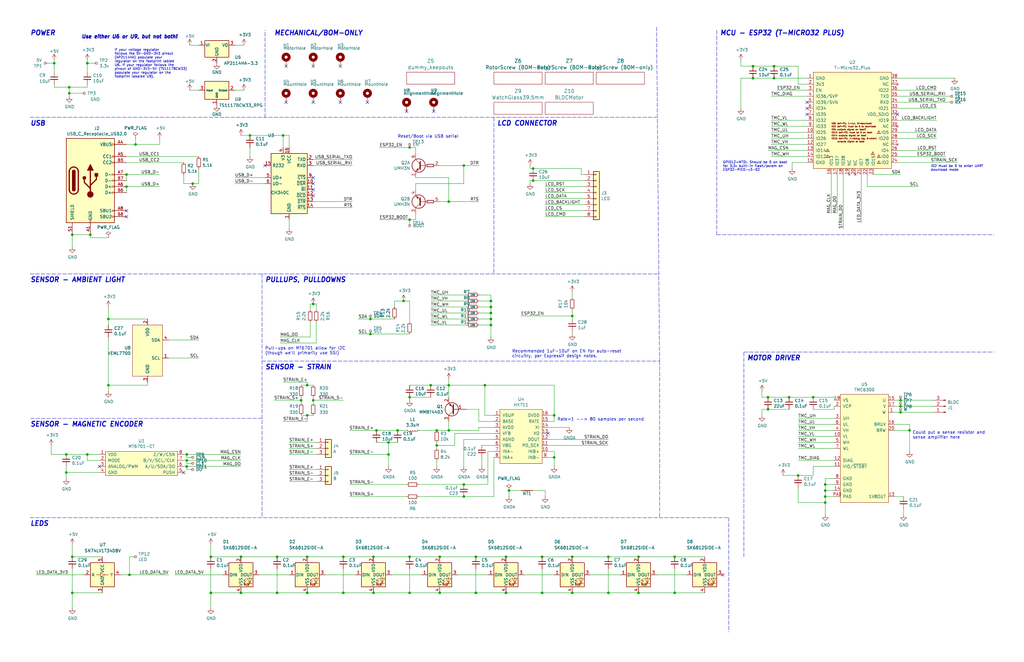
<source format=kicad_sch>
(kicad_sch (version 20250114) (generator "eeschema") (generator_version "9.0")
  (paper "B")
  (title_block (title "SmartKnob View") (rev "${RELEASE_VERSION}") (company "Scott Bezek") (comment 2 "${COMMIT_DATE_LONG}") (comment 3 "${COMMIT_HASH}"))
  (text "POWER" (at 12.7 15.24 0) (effects (font (size 2.0066 2.0066) (thickness 0.4013) (bold yes) (italic yes)) (justify left bottom)))
  (text "Could put a sense resistor and\nsense amplifier here" (at 384.81 185.42 0) (effects (font (size 1.27 1.27)) (justify left bottom)))
  (text "MCU - ESP32 (T-MICRO32 PLUS)" (at 303.53 15.24 0) (effects (font (size 2.0066 2.0066) (thickness 0.4013) (bold yes) (italic yes)) (justify left bottom)))
  (text "If your voltage regulator\nfollows the 5V-GND-3V3 pinout\n(AP2114HA) populate your\nregulator on the footprint labled\nU6. If your regulator follows the\npinout of GND-3V3-5V (TS1117BCW33)\npopulate your regulator on the\nfootprint labaled U9)." (at 48.26 33.02 0) (effects (font (size 1 1)) (justify left bottom)))
  (text "SENSOR - MAGNETIC ENCODER" (at 12.7 180.34 0) (effects (font (size 2.0066 2.0066) (thickness 0.4013) (bold yes) (italic yes)) (justify left bottom)))
  (text "MOTOR DRIVER" (at 314.96 152.4 0) (effects (font (size 2.0066 2.0066) (thickness 0.4013) (bold yes) (italic yes)) (justify left bottom)))
  (text "MECHANICAL/BOM-ONLY" (at 115.57 15.24 0) (effects (font (size 2.0066 2.0066) (thickness 0.4013) (bold yes) (italic yes)) (justify left bottom)))
  (text "IO2 must be 0 to enter UART\ndownload mode" (at 392.43 72.39 0) (effects (font (size 0.9906 0.9906)) (justify left bottom)))
  (text "GPIO12=MTDI. Should be 0 on boot\nfor 3.3v built-in flash/psram on\nESP32-PICO-v3-02" (at 304.8 72.39 0) (effects (font (size 0.9906 0.9906)) (justify left bottom)))
  (text "Pull-ups on MT6701 allow for I2C\n(though we'll primarily use SSI)" (at 111.76 149.86 0) (effects (font (size 1.27 1.27)) (justify left bottom)))
  (text "Use either U6 or U9, but not both!" (at 34.29 16.51 0) (effects (font (size 1.5 1.5) (thickness 0.6) (bold yes) (italic yes)) (justify left bottom)))
  (text "Rate=1 --> 80 samples per second" (at 234.95 177.8 0) (effects (font (size 1.27 1.27)) (justify left bottom)))
  (text "SENSOR - AMBIENT LIGHT" (at 12.7 119.38 0) (effects (font (size 2.0066 2.0066) (thickness 0.4013) (bold yes) (italic yes)) (justify left bottom)))
  (text "Recommended 1uF-10uF on EN for auto-reset\ncircuitry, per Espressif design notes." (at 215.9 151.13 0) (effects (font (size 1.27 1.27)) (justify left bottom)))
  (text "USB" (at 12.7 53.34 0) (effects (font (size 2.0066 2.0066) (thickness 0.4013) (bold yes) (italic yes)) (justify left bottom)))
  (text "SENSOR - STRAIN" (at 111.76 156.21 0) (effects (font (size 2.0066 2.0066) (thickness 0.4013) (bold yes) (italic yes)) (justify left bottom)))
  (text "LEDS" (at 12.7 222.25 0) (effects (font (size 2.0066 2.0066) (thickness 0.4013) (bold yes) (italic yes)) (justify left bottom)))
  (text "PULLUPS, PULLDOWNS" (at 111.76 119.38 0) (effects (font (size 2.0066 2.0066) (thickness 0.4013) (bold yes) (italic yes)) (justify left bottom)))
  (text "LCD CONNECTOR" (at 209.55 53.34 0) (effects (font (size 2.0066 2.0066) (thickness 0.4013) (bold yes) (italic yes)) (justify left bottom)))
  (text "Reset/Boot via USB serial" (at 167.64 58.42 0) (effects (font (size 1.27 1.27)) (justify left bottom)))
  (junction (at 200.66 250.19))
  (junction (at 228.6 234.95))
  (junction (at 36.83 191.77))
  (junction (at 81.28 77.47))
  (junction (at 323.85 167.64))
  (junction (at 144.78 250.19))
  (junction (at 172.72 250.19))
  (junction (at 29.21 39.37))
  (junction (at 269.24 250.19))
  (junction (at 184.15 187.96))
  (junction (at 204.47 162.56))
  (junction (at 332.74 167.64))
  (junction (at 129.54 175.26))
  (junction (at 207.01 137.16))
  (junction (at 105.41 57.15))
  (junction (at 195.58 209.55))
  (junction (at 284.48 234.95))
  (junction (at 228.6 250.19))
  (junction (at 347.98 209.55))
  (junction (at 379.73 171.45))
  (junction (at 78.74 194.31))
  (junction (at 88.9 234.95))
  (junction (at 189.23 162.56))
  (junction (at 129.54 234.95))
  (junction (at 45.72 162.56))
  (junction (at 207.01 132.08))
  (junction (at 317.5 27.94))
  (junction (at 200.66 234.95))
  (junction (at 241.3 133.35))
  (junction (at 317.5 33.02))
  (junction (at 144.78 234.95))
  (junction (at 184.15 181.61))
  (junction (at 241.3 250.19))
  (junction (at 323.85 172.72))
  (junction (at 129.54 162.56))
  (junction (at 195.58 204.47))
  (junction (at 129.54 250.19))
  (junction (at 256.54 250.19))
  (junction (at 101.6 250.19))
  (junction (at 342.9 167.64))
  (junction (at 78.74 196.85))
  (junction (at 167.64 181.61))
  (junction (at 27.94 191.77))
  (junction (at 213.36 234.95))
  (junction (at 326.39 27.94))
  (junction (at 189.23 85.09))
  (junction (at 38.1 99.06))
  (junction (at 78.74 191.77))
  (junction (at 53.34 78.74))
  (junction (at 157.48 234.95))
  (junction (at 383.54 181.61))
  (junction (at 29.21 36.83))
  (junction (at 172.72 234.95))
  (junction (at 347.98 212.09))
  (junction (at 172.72 167.64))
  (junction (at 156.21 140.97))
  (junction (at 157.48 250.19))
  (junction (at 132.08 128.27))
  (junction (at 101.6 234.95))
  (junction (at 185.42 234.95))
  (junction (at 207.01 127))
  (junction (at 36.83 26.67))
  (junction (at 347.98 207.01))
  (junction (at 116.84 234.95))
  (junction (at 284.48 250.19))
  (junction (at 30.48 250.19))
  (junction (at 45.72 134.62))
  (junction (at 54.61 242.57))
  (junction (at 30.48 234.95))
  (junction (at 233.68 193.04))
  (junction (at 269.24 234.95))
  (junction (at 22.86 26.67))
  (junction (at 213.36 250.19))
  (junction (at 53.34 73.66))
  (junction (at 170.18 127))
  (junction (at 326.39 33.02))
  (junction (at 189.23 181.61))
  (junction (at 158.75 181.61))
  (junction (at 224.79 71.12))
  (junction (at 163.83 191.77))
  (junction (at 163.83 186.69))
  (junction (at 156.21 134.62))
  (junction (at 233.68 175.26))
  (junction (at 181.61 162.56))
  (junction (at 241.3 234.95))
  (junction (at 336.55 200.66))
  (junction (at 224.79 76.2))
  (junction (at 132.08 168.91))
  (junction (at 195.58 69.85))
  (junction (at 379.73 173.99))
  (junction (at 207.01 129.54))
  (junction (at 27.94 199.39))
  (junction (at 172.72 92.71))
  (junction (at 379.73 168.91))
  (junction (at 185.42 250.19))
  (junction (at 119.38 57.15))
  (junction (at 116.84 250.19))
  (junction (at 127 168.91))
  (junction (at 214.63 207.01))
  (junction (at 88.9 250.19))
  (junction (at 57.15 60.96))
  (junction (at 172.72 62.23))
  (junction (at 347.98 204.47))
  (junction (at 256.54 234.95))
  (junction (at 207.01 134.62))
  (junction (at 30.48 99.06))
  (no_connect (at 132.08 43.18))
  (no_connect (at 231.14 182.88))
  (no_connect (at 132.08 77.47))
  (no_connect (at 132.08 74.93))
  (no_connect (at 304.8 242.57))
  (no_connect (at 132.08 27.94))
  (no_connect (at 340.36 45.72))
  (no_connect (at 132.08 80.01))
  (no_connect (at 340.36 48.26))
  (no_connect (at 120.65 27.94))
  (no_connect (at 111.76 69.85))
  (no_connect (at 53.34 91.44))
  (no_connect (at 77.47 199.39))
  (no_connect (at 120.65 43.18))
  (no_connect (at 378.46 48.26))
  (no_connect (at 171.45 46.99))
  (no_connect (at 154.94 43.18))
  (no_connect (at 143.51 43.18))
  (no_connect (at 53.34 88.9))
  (no_connect (at 182.88 46.99))
  (no_connect (at 340.36 43.18))
  (no_connect (at 132.08 82.55))
  (no_connect (at 143.51 27.94))
  (no_connect (at 41.91 196.85))
  (wire (pts (xy 80.01 19.05) (xy 83.82 19.05)))
  (wire (pts (xy 88.9 240.03) (xy 88.9 250.19)))
  (wire (pts (xy 220.98 242.57) (xy 233.68 242.57)))
  (wire (pts (xy 231.14 180.34) (xy 240.03 180.34)))
  (wire (pts (xy 157.48 234.95) (xy 172.72 234.95)))
  (wire (pts (xy 144.78 234.95) (xy 157.48 234.95)))
  (wire (pts (xy 353.06 73.66) (xy 353.06 90.17)))
  (wire (pts (xy 229.87 207.01) (xy 229.87 209.55)))
  (wire (pts (xy 321.31 167.64) (xy 323.85 167.64)))
  (wire (pts (xy 121.92 62.23) (xy 121.92 57.15)))
  (wire (pts (xy 228.6 234.95) (xy 241.3 234.95)))
  (wire (pts (xy 53.34 68.58) (xy 77.47 68.58)))
  (wire (pts (xy 207.01 124.46) (xy 207.01 127)))
  (wire (pts (xy 207.01 137.16) (xy 207.01 142.24)))
  (wire (pts (xy 241.3 125.73) (xy 241.3 123.19)))
  (wire (pts (xy 196.85 172.72) (xy 201.93 172.72)))
  (wire (pts (xy 81.28 198.12) (xy 78.74 198.12)))
  (wire (pts (xy 36.83 194.31) (xy 36.83 191.77)))
  (wire (pts (xy 377.19 181.61) (xy 383.54 181.61)))
  (wire (pts (xy 223.52 69.85) (xy 223.52 71.12)))
  (wire (pts (xy 151.13 134.62) (xy 156.21 134.62)))
  (wire (pts (xy 45.72 134.62) (xy 62.23 134.62)))
  (wire (pts (xy 351.79 209.55) (xy 347.98 209.55)))
  (wire (pts (xy 29.21 39.37) (xy 29.21 40.64)))
  (wire (pts (xy 116.84 250.19) (xy 129.54 250.19)))
  (wire (pts (xy 105.41 62.23) (xy 105.41 66.04)))
  (wire (pts (xy 137.16 242.57) (xy 149.86 242.57)))
  (polyline (pts (xy 208.28 49.53) (xy 208.28 115.57)) (stroke (width 0) (type dash)))
  (polyline (pts (xy 12.7 218.44) (xy 307.34 218.44)) (stroke (width 0) (type dash)))
  (wire (pts (xy 378.46 66.04) (xy 398.78 66.04)))
  (wire (pts (xy 54.61 242.57) (xy 71.12 242.57)))
  (wire (pts (xy 200.66 250.19) (xy 213.36 250.19)))
  (wire (pts (xy 156.21 134.62) (xy 166.37 134.62)))
  (wire (pts (xy 378.46 68.58) (xy 403.86 68.58)))
  (wire (pts (xy 241.3 250.19) (xy 256.54 250.19)))
  (wire (pts (xy 175.26 62.23) (xy 175.26 64.77)))
  (wire (pts (xy 38.1 99.06) (xy 38.1 100.33)))
  (wire (pts (xy 269.24 250.19) (xy 284.48 250.19)))
  (wire (pts (xy 116.84 240.03) (xy 116.84 250.19)))
  (wire (pts (xy 351.79 189.23) (xy 336.55 189.23)))
  (wire (pts (xy 176.53 204.47) (xy 195.58 204.47)))
  (wire (pts (xy 241.3 133.35) (xy 241.3 130.81)))
  (polyline (pts (xy 313.69 234.95) (xy 313.69 148.59)) (stroke (width 0) (type dash)))
  (wire (pts (xy 53.34 66.04) (xy 83.82 66.04)))
  (wire (pts (xy 127 168.91) (xy 127 170.18)))
  (wire (pts (xy 200.66 240.03) (xy 200.66 250.19)))
  (wire (pts (xy 246.38 83.82) (xy 229.87 83.82)))
  (wire (pts (xy 80.01 38.1) (xy 83.82 38.1)))
  (wire (pts (xy 231.14 190.5) (xy 233.68 190.5)))
  (wire (pts (xy 330.2 200.66) (xy 336.55 200.66)))
  (wire (pts (xy 377.19 209.55) (xy 381 209.55)))
  (wire (pts (xy 166.37 127) (xy 170.18 127)))
  (wire (pts (xy 115.57 168.91) (xy 127 168.91)))
  (wire (pts (xy 27.94 199.39) (xy 27.94 201.93)))
  (wire (pts (xy 195.58 209.55) (xy 208.28 209.55)))
  (wire (pts (xy 195.58 185.42) (xy 195.58 196.85)))
  (wire (pts (xy 176.53 181.61) (xy 184.15 181.61)))
  (wire (pts (xy 231.14 193.04) (xy 233.68 193.04)))
  (wire (pts (xy 233.68 175.26) (xy 231.14 175.26)))
  (wire (pts (xy 323.85 167.64) (xy 332.74 167.64)))
  (wire (pts (xy 189.23 162.56) (xy 189.23 160.02)))
  (wire (pts (xy 189.23 85.09) (xy 201.93 85.09)))
  (wire (pts (xy 158.75 186.69) (xy 163.83 186.69)))
  (wire (pts (xy 81.28 77.47) (xy 83.82 77.47)))
  (wire (pts (xy 379.73 168.91) (xy 393.7 168.91)))
  (wire (pts (xy 111.76 74.93) (xy 99.06 74.93)))
  (wire (pts (xy 394.97 50.8) (xy 378.46 50.8)))
  (wire (pts (xy 78.74 194.31) (xy 101.6 194.31)))
  (wire (pts (xy 365.76 78.74) (xy 387.35 78.74)))
  (wire (pts (xy 383.54 181.61) (xy 383.54 190.5)))
  (wire (pts (xy 172.72 127) (xy 172.72 135.89)))
  (wire (pts (xy 81.28 193.04) (xy 78.74 193.04)))
  (wire (pts (xy 78.74 195.58) (xy 78.74 194.31)))
  (wire (pts (xy 326.39 33.02) (xy 317.5 33.02)))
  (wire (pts (xy 351.79 184.15) (xy 336.55 184.15)))
  (wire (pts (xy 29.21 39.37) (xy 35.56 39.37)))
  (polyline (pts (xy 307.34 218.44) (xy 307.34 266.7)) (stroke (width 0) (type dash)))
  (wire (pts (xy 347.98 201.93) (xy 351.79 201.93)))
  (wire (pts (xy 172.72 234.95) (xy 185.42 234.95)))
  (wire (pts (xy 321.31 172.72) (xy 323.85 172.72)))
  (wire (pts (xy 83.82 151.13) (xy 71.12 151.13)))
  (wire (pts (xy 163.83 186.69) (xy 167.64 186.69)))
  (wire (pts (xy 121.92 57.15) (xy 119.38 57.15)))
  (wire (pts (xy 189.23 74.93) (xy 189.23 85.09)))
  (wire (pts (xy 336.55 27.94) (xy 326.39 27.94)))
  (wire (pts (xy 347.98 207.01) (xy 347.98 204.47)))
  (wire (pts (xy 336.55 35.56) (xy 336.55 27.94)))
  (wire (pts (xy 172.72 250.19) (xy 185.42 250.19)))
  (wire (pts (xy 347.98 209.55) (xy 347.98 207.01)))
  (wire (pts (xy 185.42 250.19) (xy 200.66 250.19)))
  (wire (pts (xy 171.45 204.47) (xy 147.32 204.47)))
  (wire (pts (xy 340.36 53.34) (xy 325.12 53.34)))
  (wire (pts (xy 184.15 186.69) (xy 184.15 187.96)))
  (wire (pts (xy 30.48 240.03) (xy 30.48 250.19)))
  (wire (pts (xy 378.46 40.64) (xy 401.32 40.64)))
  (wire (pts (xy 158.75 181.61) (xy 167.64 181.61)))
  (wire (pts (xy 351.79 176.53) (xy 336.55 176.53)))
  (wire (pts (xy 30.48 256.54) (xy 30.48 250.19)))
  (wire (pts (xy 233.68 190.5) (xy 233.68 193.04)))
  (wire (pts (xy 172.72 168.91) (xy 172.72 167.64)))
  (wire (pts (xy 81.28 195.58) (xy 78.74 195.58)))
  (wire (pts (xy 118.11 144.78) (xy 133.35 144.78)))
  (wire (pts (xy 201.93 172.72) (xy 201.93 177.8)))
  (wire (pts (xy 233.68 177.8) (xy 233.68 175.26)))
  (wire (pts (xy 342.9 200.66) (xy 342.9 196.85)))
  (wire (pts (xy 207.01 127) (xy 207.01 129.54)))
  (wire (pts (xy 204.47 175.26) (xy 208.28 175.26)))
  (wire (pts (xy 147.32 181.61) (xy 158.75 181.61)))
  (wire (pts (xy 201.93 129.54) (xy 207.01 129.54)))
  (wire (pts (xy 378.46 43.18) (xy 401.32 43.18)))
  (wire (pts (xy 121.92 186.69) (xy 133.35 186.69)))
  (wire (pts (xy 36.83 26.67) (xy 36.83 30.48)))
  (wire (pts (xy 246.38 73.66) (xy 245.11 73.66)))
  (wire (pts (xy 175.26 80.01) (xy 175.26 77.47)))
  (wire (pts (xy 147.32 209.55) (xy 171.45 209.55)))
  (wire (pts (xy 119.38 177.8) (xy 129.54 177.8)))
  (wire (pts (xy 181.61 167.64) (xy 172.72 167.64)))
  (wire (pts (xy 213.36 250.19) (xy 228.6 250.19)))
  (wire (pts (xy 147.32 191.77) (xy 163.83 191.77)))
  (wire (pts (xy 204.47 162.56) (xy 233.68 162.56)))
  (wire (pts (xy 203.2 187.96) (xy 208.28 187.96)))
  (wire (pts (xy 57.15 234.95) (xy 54.61 234.95)))
  (wire (pts (xy 175.26 74.93) (xy 189.23 74.93)))
  (wire (pts (xy 340.36 58.42) (xy 325.12 58.42)))
  (wire (pts (xy 127 175.26) (xy 129.54 175.26)))
  (wire (pts (xy 200.66 234.95) (xy 213.36 234.95)))
  (wire (pts (xy 132.08 168.91) (xy 144.78 168.91)))
  (wire (pts (xy 77.47 194.31) (xy 78.74 194.31)))
  (wire (pts (xy 78.74 196.85) (xy 101.6 196.85)))
  (wire (pts (xy 36.83 25.4) (xy 36.83 26.67)))
  (wire (pts (xy 121.92 191.77) (xy 133.35 191.77)))
  (wire (pts (xy 269.24 234.95) (xy 284.48 234.95)))
  (wire (pts (xy 172.72 62.23) (xy 175.26 62.23)))
  (wire (pts (xy 214.63 207.01) (xy 219.71 207.01)))
  (wire (pts (xy 207.01 134.62) (xy 207.01 137.16)))
  (wire (pts (xy 129.54 162.56) (xy 132.08 162.56)))
  (wire (pts (xy 151.13 140.97) (xy 156.21 140.97)))
  (wire (pts (xy 175.26 90.17) (xy 175.26 92.71)))
  (wire (pts (xy 342.9 167.64) (xy 332.74 167.64)))
  (wire (pts (xy 78.74 198.12) (xy 78.74 196.85)))
  (wire (pts (xy 394.97 58.42) (xy 378.46 58.42)))
  (wire (pts (xy 196.85 137.16) (xy 181.61 137.16)))
  (wire (pts (xy 133.35 128.27) (xy 133.35 130.81)))
  (wire (pts (xy 347.98 212.09) (xy 347.98 209.55)))
  (wire (pts (xy 231.14 177.8) (xy 233.68 177.8)))
  (wire (pts (xy 334.01 71.12) (xy 334.01 68.58)))
  (wire (pts (xy 132.08 87.63) (xy 148.59 87.63)))
  (wire (pts (xy 208.28 193.04) (xy 208.28 209.55)))
  (wire (pts (xy 116.84 234.95) (xy 129.54 234.95)))
  (wire (pts (xy 378.46 63.5) (xy 394.97 63.5)))
  (polyline (pts (xy 302.26 99.06) (xy 302.26 12.7)) (stroke (width 0) (type dash)))
  (wire (pts (xy 185.42 69.85) (xy 195.58 69.85)))
  (wire (pts (xy 340.36 63.5) (xy 323.85 63.5)))
  (wire (pts (xy 379.73 173.99) (xy 377.19 173.99)))
  (wire (pts (xy 119.38 161.29) (xy 129.54 161.29)))
  (wire (pts (xy 231.14 185.42) (xy 256.54 185.42)))
  (wire (pts (xy 29.21 36.83) (xy 36.83 36.83)))
  (wire (pts (xy 45.72 137.16) (xy 45.72 134.62)))
  (wire (pts (xy 53.34 78.74) (xy 67.31 78.74)))
  (wire (pts (xy 132.08 128.27) (xy 133.35 128.27)))
  (wire (pts (xy 130.81 135.89) (xy 130.81 142.24)))
  (wire (pts (xy 336.55 205.74) (xy 336.55 212.09)))
  (wire (pts (xy 77.47 73.66) (xy 77.47 77.47)))
  (wire (pts (xy 195.58 77.47) (xy 195.58 69.85)))
  (wire (pts (xy 38.1 99.06) (xy 30.48 99.06)))
  (wire (pts (xy 340.36 50.8) (xy 325.12 50.8)))
  (wire (pts (xy 351.79 204.47) (xy 347.98 204.47)))
  (wire (pts (xy 321.31 165.1) (xy 321.31 167.64)))
  (wire (pts (xy 166.37 129.54) (xy 166.37 127)))
  (polyline (pts (xy 110.49 176.53) (xy 12.7 176.53)) (stroke (width 0) (type dash)))
  (wire (pts (xy 196.85 132.08) (xy 181.61 132.08)))
  (wire (pts (xy 185.42 234.95) (xy 200.66 234.95)))
  (polyline (pts (xy 313.69 148.59) (xy 419.1 148.59)) (stroke (width 0) (type dash)))
  (wire (pts (xy 77.47 191.77) (xy 78.74 191.77)))
  (wire (pts (xy 340.36 40.64) (xy 325.12 40.64)))
  (wire (pts (xy 172.72 60.96) (xy 172.72 62.23)))
  (wire (pts (xy 207.01 127) (xy 201.93 127)))
  (wire (pts (xy 233.68 193.04) (xy 233.68 196.85)))
  (wire (pts (xy 326.39 27.94) (xy 317.5 27.94)))
  (wire (pts (xy 219.71 133.35) (xy 241.3 133.35)))
  (wire (pts (xy 355.6 73.66) (xy 355.6 96.52)))
  (wire (pts (xy 340.36 55.88) (xy 325.12 55.88)))
  (wire (pts (xy 340.36 35.56) (xy 336.55 35.56)))
  (wire (pts (xy 377.19 179.07) (xy 383.54 179.07)))
  (wire (pts (xy 336.55 212.09) (xy 347.98 212.09)))
  (wire (pts (xy 121.92 203.2) (xy 133.35 203.2)))
  (wire (pts (xy 351.79 167.64) (xy 342.9 167.64)))
  (wire (pts (xy 121.92 200.66) (xy 133.35 200.66)))
  (wire (pts (xy 284.48 240.03) (xy 284.48 250.19)))
  (wire (pts (xy 29.21 36.83) (xy 29.21 39.37)))
  (wire (pts (xy 276.86 242.57) (xy 289.56 242.57)))
  (wire (pts (xy 101.6 234.95) (xy 116.84 234.95)))
  (wire (pts (xy 347.98 204.47) (xy 347.98 201.93)))
  (wire (pts (xy 132.08 167.64) (xy 132.08 168.91)))
  (wire (pts (xy 379.73 167.64) (xy 379.73 168.91)))
  (wire (pts (xy 99.06 19.05) (xy 102.87 19.05)))
  (wire (pts (xy 340.36 33.02) (xy 326.39 33.02)))
  (polyline (pts (xy 12.7 115.57) (xy 278.13 115.57)) (stroke (width 0) (type dash)))
  (wire (pts (xy 129.54 250.19) (xy 144.78 250.19)))
  (wire (pts (xy 172.72 95.25) (xy 172.72 92.71)))
  (wire (pts (xy 201.93 134.62) (xy 207.01 134.62)))
  (wire (pts (xy 41.91 194.31) (xy 36.83 194.31)))
  (wire (pts (xy 207.01 129.54) (xy 207.01 132.08)))
  (wire (pts (xy 30.48 99.06) (xy 30.48 104.14)))
  (wire (pts (xy 381 214.63) (xy 381 217.17)))
  (wire (pts (xy 77.47 196.85) (xy 78.74 196.85)))
  (wire (pts (xy 175.26 77.47) (xy 195.58 77.47)))
  (wire (pts (xy 88.9 229.87) (xy 88.9 234.95)))
  (polyline (pts (xy 12.7 49.53) (xy 276.86 49.53)) (stroke (width 0) (type dash)))
  (wire (pts (xy 351.79 172.72) (xy 351.79 171.45)))
  (wire (pts (xy 368.3 73.66) (xy 379.73 73.66)))
  (wire (pts (xy 347.98 207.01) (xy 351.79 207.01)))
  (wire (pts (xy 45.72 165.1) (xy 45.72 162.56)))
  (wire (pts (xy 350.52 73.66) (xy 350.52 90.17)))
  (wire (pts (xy 201.93 177.8) (xy 208.28 177.8)))
  (wire (pts (xy 351.79 168.91) (xy 351.79 167.64)))
  (wire (pts (xy 351.79 196.85) (xy 342.9 196.85)))
  (wire (pts (xy 121.92 96.52) (xy 121.92 92.71)))
  (wire (pts (xy 256.54 250.19) (xy 269.24 250.19)))
  (wire (pts (xy 22.86 26.67) (xy 22.86 30.48)))
  (wire (pts (xy 379.73 170.18) (xy 379.73 171.45)))
  (wire (pts (xy 38.1 100.33) (xy 45.72 100.33)))
  (wire (pts (xy 88.9 234.95) (xy 101.6 234.95)))
  (wire (pts (xy 205.74 190.5) (xy 205.74 204.47)))
  (wire (pts (xy 160.02 62.23) (xy 172.72 62.23)))
  (wire (pts (xy 377.19 171.45) (xy 379.73 171.45)))
  (wire (pts (xy 15.24 242.57) (xy 35.56 242.57)))
  (wire (pts (xy 163.83 191.77) (xy 163.83 196.85)))
  (wire (pts (xy 119.38 57.15) (xy 119.38 62.23)))
  (polyline (pts (xy 276.86 11.43) (xy 278.13 152.4)) (stroke (width 0) (type dash)))
  (wire (pts (xy 121.92 189.23) (xy 133.35 189.23)))
  (wire (pts (xy 233.68 162.56) (xy 233.68 175.26)))
  (wire (pts (xy 132.08 67.31) (xy 148.59 67.31)))
  (wire (pts (xy 127 167.64) (xy 127 168.91)))
  (wire (pts (xy 99.06 77.47) (xy 111.76 77.47)))
  (wire (pts (xy 284.48 250.19) (xy 297.18 250.19)))
  (wire (pts (xy 29.21 36.83) (xy 22.86 36.83)))
  (wire (pts (xy 27.94 199.39) (xy 41.91 199.39)))
  (wire (pts (xy 248.92 242.57) (xy 261.62 242.57)))
  (wire (pts (xy 30.48 250.19) (xy 43.18 250.19)))
  (wire (pts (xy 129.54 161.29) (xy 129.54 162.56)))
  (wire (pts (xy 377.19 168.91) (xy 379.73 168.91)))
  (wire (pts (xy 334.01 68.58) (xy 340.36 68.58)))
  (wire (pts (xy 189.23 162.56) (xy 189.23 167.64)))
  (wire (pts (xy 175.26 92.71) (xy 172.72 92.71)))
  (wire (pts (xy 351.79 186.69) (xy 336.55 186.69)))
  (wire (pts (xy 312.42 33.02) (xy 317.5 33.02)))
  (wire (pts (xy 246.38 88.9) (xy 229.87 88.9)))
  (wire (pts (xy 53.34 78.74) (xy 53.34 81.28)))
  (wire (pts (xy 130.81 128.27) (xy 132.08 128.27)))
  (wire (pts (xy 351.79 194.31) (xy 336.55 194.31)))
  (polyline (pts (xy 110.49 152.4) (xy 278.13 152.4)) (stroke (width 0) (type dash)))
  (wire (pts (xy 189.23 177.8) (xy 189.23 181.61)))
  (wire (pts (xy 229.87 86.36) (xy 246.38 86.36)))
  (wire (pts (xy 196.85 124.46) (xy 181.61 124.46)))
  (wire (pts (xy 105.41 57.15) (xy 119.38 57.15)))
  (polyline (pts (xy 302.26 99.06) (xy 419.1 99.06)) (stroke (width 0) (type dash)))
  (wire (pts (xy 383.54 179.07) (xy 383.54 181.61)))
  (wire (pts (xy 77.47 77.47) (xy 81.28 77.47)))
  (wire (pts (xy 50.8 242.57) (xy 54.61 242.57)))
  (wire (pts (xy 195.58 209.55) (xy 176.53 209.55)))
  (wire (pts (xy 208.28 190.5) (xy 205.74 190.5)))
  (wire (pts (xy 321.31 172.72) (xy 321.31 175.26)))
  (wire (pts (xy 378.46 55.88) (xy 394.97 55.88)))
  (wire (pts (xy 121.92 198.12) (xy 133.35 198.12)))
  (wire (pts (xy 181.61 162.56) (xy 189.23 162.56)))
  (wire (pts (xy 129.54 175.26) (xy 129.54 177.8)))
  (wire (pts (xy 36.83 36.83) (xy 36.83 35.56)))
  (wire (pts (xy 22.86 36.83) (xy 22.86 35.56)))
  (wire (pts (xy 132.08 168.91) (xy 132.08 170.18)))
  (wire (pts (xy 189.23 181.61) (xy 201.93 181.61)))
  (wire (pts (xy 185.42 85.09) (xy 189.23 85.09)))
  (wire (pts (xy 57.15 60.96) (xy 67.31 60.96)))
  (wire (pts (xy 213.36 234.95) (xy 228.6 234.95)))
  (wire (pts (xy 327.66 38.1) (xy 340.36 38.1)))
  (wire (pts (xy 71.12 143.51) (xy 83.82 143.51)))
  (wire (pts (xy 118.11 142.24) (xy 130.81 142.24)))
  (wire (pts (xy 191.77 187.96) (xy 191.77 182.88)))
  (wire (pts (xy 378.46 45.72) (xy 394.97 45.72)))
  (wire (pts (xy 53.34 73.66) (xy 67.31 73.66)))
  (wire (pts (xy 172.72 92.71) (xy 160.02 92.71)))
  (wire (pts (xy 144.78 250.19) (xy 157.48 250.19)))
  (wire (pts (xy 231.14 187.96) (xy 256.54 187.96)))
  (wire (pts (xy 172.72 240.03) (xy 172.72 250.19)))
  (wire (pts (xy 223.52 71.12) (xy 224.79 71.12)))
  (wire (pts (xy 228.6 250.19) (xy 241.3 250.19)))
  (wire (pts (xy 36.83 26.67) (xy 40.64 26.67)))
  (wire (pts (xy 45.72 134.62) (xy 45.72 129.54)))
  (wire (pts (xy 378.46 33.02) (xy 402.59 33.02)))
  (wire (pts (xy 184.15 187.96) (xy 191.77 187.96)))
  (wire (pts (xy 27.94 191.77) (xy 21.59 191.77)))
  (wire (pts (xy 196.85 127) (xy 181.61 127)))
  (wire (pts (xy 394.97 38.1) (xy 378.46 38.1)))
  (wire (pts (xy 144.78 240.03) (xy 144.78 250.19)))
  (wire (pts (xy 203.2 193.04) (xy 203.2 196.85)))
  (wire (pts (xy 246.38 78.74) (xy 229.87 78.74)))
  (wire (pts (xy 196.85 134.62) (xy 181.61 134.62)))
  (wire (pts (xy 132.08 69.85) (xy 148.59 69.85)))
  (wire (pts (xy 129.54 175.26) (xy 132.08 175.26)))
  (wire (pts (xy 30.48 234.95) (xy 43.18 234.95)))
  (wire (pts (xy 340.36 60.96) (xy 325.12 60.96)))
  (wire (pts (xy 336.55 200.66) (xy 342.9 200.66)))
  (wire (pts (xy 88.9 256.54) (xy 88.9 250.19)))
  (wire (pts (xy 228.6 240.03) (xy 228.6 250.19)))
  (wire (pts (xy 156.21 140.97) (xy 172.72 140.97)))
  (wire (pts (xy 195.58 204.47) (xy 205.74 204.47)))
  (wire (pts (xy 36.83 191.77) (xy 41.91 191.77)))
  (wire (pts (xy 351.79 179.07) (xy 336.55 179.07)))
  (wire (pts (xy 54.61 234.95) (xy 54.61 242.57)))
  (wire (pts (xy 224.79 76.2) (xy 246.38 76.2)))
  (wire (pts (xy 22.86 25.4) (xy 22.86 26.67)))
  (wire (pts (xy 332.74 172.72) (xy 323.85 172.72)))
  (wire (pts (xy 312.42 33.02) (xy 312.42 45.72)))
  (wire (pts (xy 88.9 250.19) (xy 101.6 250.19)))
  (wire (pts (xy 53.34 60.96) (xy 57.15 60.96)))
  (wire (pts (xy 340.36 66.04) (xy 325.12 66.04)))
  (wire (pts (xy 224.79 207.01) (xy 229.87 207.01)))
  (wire (pts (xy 167.64 181.61) (xy 171.45 181.61)))
  (wire (pts (xy 208.28 185.42) (xy 195.58 185.42)))
  (wire (pts (xy 62.23 161.29) (xy 62.23 162.56)))
  (wire (pts (xy 163.83 186.69) (xy 163.83 191.77)))
  (wire (pts (xy 201.93 132.08) (xy 207.01 132.08)))
  (wire (pts (xy 363.22 93.98) (xy 363.22 73.66)))
  (wire (pts (xy 57.15 58.42) (xy 57.15 60.96)))
  (wire (pts (xy 170.18 127) (xy 172.72 127)))
  (wire (pts (xy 30.48 229.87) (xy 30.48 234.95)))
  (polyline (pts (xy 111.76 49.53) (xy 111.76 12.7)) (stroke (width 0) (type dash)))
  (wire (pts (xy 133.35 135.89) (xy 133.35 144.78)))
  (wire (pts (xy 184.15 189.23) (xy 184.15 187.96)))
  (wire (pts (xy 157.48 250.19) (xy 172.72 250.19)))
  (wire (pts (xy 204.47 162.56) (xy 204.47 175.26)))
  (wire (pts (xy 53.34 73.66) (xy 53.34 76.2)))
  (wire (pts (xy 365.76 78.74) (xy 365.76 73.66)))
  (wire (pts (xy 191.77 182.88) (xy 208.28 182.88)))
  (wire (pts (xy 172.72 162.56) (xy 181.61 162.56)))
  (wire (pts (xy 78.74 193.04) (xy 78.74 191.77)))
  (wire (pts (xy 201.93 137.16) (xy 207.01 137.16)))
  (wire (pts (xy 27.94 196.85) (xy 27.94 199.39)))
  (polyline (pts (xy 110.49 115.57) (xy 110.49 218.44)) (stroke (width 0) (type dash)))
  (wire (pts (xy 317.5 27.94) (xy 312.42 27.94)))
  (wire (pts (xy 45.72 162.56) (xy 45.72 142.24)))
  (wire (pts (xy 347.98 217.17) (xy 347.98 212.09)))
  (wire (pts (xy 223.52 76.2) (xy 224.79 76.2)))
  (wire (pts (xy 229.87 81.28) (xy 246.38 81.28)))
  (wire (pts (xy 129.54 234.95) (xy 144.78 234.95)))
  (wire (pts (xy 156.21 139.7) (xy 156.21 140.97)))
  (wire (pts (xy 189.23 162.56) (xy 204.47 162.56)))
  (wire (pts (xy 165.1 242.57) (xy 177.8 242.57)))
  (wire (pts (xy 67.31 58.42) (xy 67.31 60.96)))
  (wire (pts (xy 184.15 181.61) (xy 189.23 181.61)))
  (wire (pts (xy 109.22 242.57) (xy 121.92 242.57)))
  (wire (pts (xy 284.48 234.95) (xy 297.18 234.95)))
  (wire (pts (xy 101.6 250.19) (xy 116.84 250.19)))
  (wire (pts (xy 379.73 173.99) (xy 393.7 173.99)))
  (wire (pts (xy 62.23 162.56) (xy 45.72 162.56)))
  (wire (pts (xy 241.3 234.95) (xy 256.54 234.95)))
  (wire (pts (xy 36.83 191.77) (xy 27.94 191.77)))
  (wire (pts (xy 224.79 71.12) (xy 245.11 71.12)))
  (wire (pts (xy 132.08 85.09) (xy 148.59 85.09)))
  (wire (pts (xy 201.93 181.61) (xy 201.93 180.34)))
  (wire (pts (xy 201.93 124.46) (xy 207.01 124.46)))
  (wire (pts (xy 241.3 134.62) (xy 241.3 133.35)))
  (wire (pts (xy 256.54 234.95) (xy 269.24 234.95)))
  (wire (pts (xy 379.73 171.45) (xy 393.7 171.45)))
  (wire (pts (xy 214.63 209.55) (xy 214.63 207.01)))
  (wire (pts (xy 195.58 69.85) (xy 201.93 69.85)))
  (wire (pts (xy 101.6 57.15) (xy 105.41 57.15)))
  (wire (pts (xy 83.82 77.47) (xy 83.82 71.12)))
  (wire (pts (xy 19.05 26.67) (xy 22.86 26.67)))
  (wire (pts (xy 184.15 196.85) (xy 184.15 194.31)))
  (wire (pts (xy 229.87 91.44) (xy 246.38 91.44)))
  (wire (pts (xy 351.79 181.61) (xy 336.55 181.61)))
  (wire (pts (xy 127 162.56) (xy 129.54 162.56)))
  (wire (pts (xy 241.3 140.97) (xy 241.3 139.7)))
  (wire (pts (xy 342.9 172.72) (xy 351.79 172.72)))
  (wire (pts (xy 21.59 191.77) (xy 21.59 187.96)))
  (polyline (pts (xy 278.13 152.4) (xy 278.13 218.44)) (stroke (width 0) (type dash)))
  (wire (pts (xy 73.66 242.57) (xy 93.98 242.57)))
  (wire (pts (xy 312.42 27.94) (xy 312.42 25.4)))
  (wire (pts (xy 245.11 71.12) (xy 245.11 73.66)))
  (wire (pts (xy 196.85 129.54) (xy 181.61 129.54)))
  (wire (pts (xy 201.93 180.34) (xy 208.28 180.34)))
  (wire (pts (xy 99.06 38.1) (xy 102.87 38.1)))
  (wire (pts (xy 207.01 132.08) (xy 207.01 134.62)))
  (wire (pts (xy 193.04 242.57) (xy 205.74 242.57)))
  (wire (pts (xy 156.21 133.35) (xy 156.21 134.62)))
  (wire (pts (xy 130.81 130.81) (xy 130.81 128.27)))
  (wire (pts (xy 223.52 76.2) (xy 223.52 77.47)))
  (wire (pts (xy 379.73 172.72) (xy 379.73 173.99)))
  (wire (pts (xy 78.74 191.77) (xy 101.6 191.77)))
  (wire (pts (xy 256.54 240.03) (xy 256.54 250.19)))
  (label "STRAIN_E+" (at 121.92 198.12 0))
  (label "MAG_CSN" (at 101.6 191.77 180))
  (label "ESP32_BOOT" (at 398.78 66.04 180))
  (label "LCD_RST" (at 229.87 78.74 0))
  (label "TMC_VL" (at 181.61 137.16 0))
  (label "LCD_BACKLIGHT" (at 229.87 86.36 0))
  (label "STRAIN_S+" (at 121.92 189.23 0))
  (label "LCD_RST" (at 394.97 63.5 180))
  (label "TMC_VH" (at 325.12 60.96 0))
  (label "RTS" (at 148.59 87.63 180))
  (label "LED_DATA_5V" (at 73.66 242.57 0))
  (label "USB_SERIAL_TXO" (at 148.59 67.31 180))
  (label "SCL" (at 83.82 151.13 180))
  (label "USB_SERIAL_TXO" (at 398.78 43.18 180))
  (label "TMC_UL" (at 336.55 179.07 0))
  (label "STRAIN_E+" (at 121.92 186.69 0))
  (label "STRAIN_DO" (at 355.6 96.52 90))
  (label "STRAIN_E-" (at 147.32 191.77 0))
  (label "MAG_CSN" (at 323.85 63.5 0))
  (label "LCD_DATA" (at 394.97 55.88 180))
  (label "TMC_DIAG" (at 336.55 194.31 0))
  (label "ESP32_EN" (at 219.71 133.35 0))
  (label "TMC_WH" (at 325.12 66.04 0))
  (label "USB_CC2" (at 67.31 68.58 180))
  (label "RTS" (at 201.93 85.09 180))
  (label "USB_D-" (at 67.31 73.66 180))
  (label "TMC_UL" (at 325.12 55.88 0))
  (label "TMC_VH" (at 181.61 127 0))
  (label "USB_D+" (at 99.06 74.93 0))
  (label "LCD_SCK" (at 229.87 81.28 0))
  (label "TMC_UL" (at 181.61 132.08 0))
  (label "LED_DATA_5V" (at 71.12 242.57 180))
  (label "STRAIN_S+" (at 115.57 168.91 0))
  (label "TMC_VL" (at 325.12 50.8 0))
  (label "LCD_SCK" (at 394.97 58.42 180))
  (label "TMC_UH" (at 336.55 176.53 0))
  (label "TMC_VL" (at 336.55 184.15 0))
  (label "MAG_DO" (at 353.06 90.17 90))
  (label "ESP32_BOOT" (at 160.02 92.71 0))
  (label "STRAIN_S+" (at 147.32 209.55 0))
  (label "MAG_CLK" (at 350.52 90.17 90))
  (label "SDA" (at 83.82 143.51 180))
  (label "USB_D+" (at 67.31 78.74 180))
  (label "STRAIN_E-" (at 121.92 203.2 0))
  (label "SCL" (at 151.13 140.97 0))
  (label "TMC_UH" (at 325.12 58.42 0))
  (label "STRAIN_S-" (at 147.32 204.47 0))
  (label "SDA" (at 151.13 134.62 0))
  (label "MAG_DO" (at 101.6 196.85 180))
  (label "SCL" (at 387.35 78.74 180))
  (label "USB_CC1" (at 67.31 66.04 180))
  (label "ESP32_EN" (at 160.02 62.23 0))
  (label "USB_SERIAL_RXI" (at 148.59 69.85 180))
  (label "TMC_WH" (at 336.55 186.69 0))
  (label "MAG_DO" (at 118.11 142.24 0))
  (label "LCD_CS" (at 394.97 45.72 180))
  (label "LCD_CMD" (at 394.97 38.1 180))
  (label "TMC_WL" (at 181.61 134.62 0))
  (label "STRAIN_E+" (at 119.38 161.29 0))
  (label "STRAIN_E-" (at 119.38 177.8 0))
  (label "LCD_CS" (at 229.87 88.9 0))
  (label "STRAIN_SCK" (at 256.54 187.96 180))
  (label "TMC_UH" (at 181.61 124.46 0))
  (label "SDA" (at 379.73 73.66 180))
  (label "TMC_WL" (at 336.55 189.23 0))
  (label "LCD_DATA" (at 229.87 83.82 0))
  (label "STRAIN_SCK" (at 403.86 68.58 180))
  (label "TMC_WH" (at 181.61 129.54 0))
  (label "TMC_VH" (at 336.55 181.61 0))
  (label "LED_DATA_3V3" (at 363.22 93.98 90))
  (label "LCD_CMD" (at 229.87 91.44 0))
  (label "STRAIN_DO" (at 256.54 185.42 180))
  (label "DTR" (at 201.93 69.85 180))
  (label "DTR" (at 148.59 85.09 180))
  (label "STRAIN_E+" (at 147.32 181.61 0))
  (label "STRAIN_S-" (at 144.78 168.91 180))
  (label "TMC_DIAG" (at 325.12 40.64 0))
  (label "MAG_CLK" (at 101.6 194.31 180))
  (label "LED_DATA_3V3" (at 15.24 242.57 0))
  (label "USB_D-" (at 99.06 77.47 0))
  (label "ESP32_EN" (at 327.66 38.1 0))
  (label "TMC_WL" (at 325.12 53.34 0))
  (label "LCD_BACKLIGHT" (at 394.97 50.8 180))
  (label "USB_SERIAL_RXI" (at 398.78 40.64 180))
  (label "STRAIN_E-" (at 121.92 191.77 0))
  (label "MAG_CLK" (at 118.11 144.78 0))
  (label "STRAIN_S-" (at 121.92 200.66 0))
  (symbol (lib_id "MagnTek:MT6701-CT") (at 58.42 195.58 0) (unit 1)
    (property "Reference" "U1" (at 59.69 186.055 0))
    (property "Value" "MT6701-CT" (at 59.69 188.3664 0))
    (property "Footprint" "Package_SO:SOIC-8_3.9x4.9mm_P1.27mm" (effects (hide yes)))
    (property "LCSC" "C2856764, or C3003196" (effects (hide yes)))
    (property "Digikey" "N/A" (effects (hide yes)))
    (property "Mouser" "N/A" (effects (hide yes)))
  )
  (symbol (lib_id "SK6812:SK6812SIDE-A") (at 101.6 242.57 0) (unit 1)
    (property "Reference" "D1" (at 93.98 228.6 0) (effects (justify left)))
    (property "Value" "SK6812SIDE-A" (at 93.98 231.14 0) (effects (justify left)))
    (property "Footprint" "sk6812:SK6812-SIDE-A" (effects (hide yes)))
    (property "AliExpress" "https://www.aliexpress.com/item/10000009330139.html" (effects (hide yes)))
    (property "Digikey" "1528-4691-ND" (effects (hide yes)))
    (property "Mouser" "485-4691" (effects (hide yes)))
    (property "LCSC" "C2890037" (effects (hide yes)))
  )
  (symbol (lib_id "Device:C_Small") (at 88.9 237.49 0) (unit 1)
    (property "Reference" "C1" (at 91.2368 236.3216 0) (effects (justify left)))
    (property "Value" "0.1uF" (at 91.2368 238.633 0) (effects (justify left)))
    (property "Footprint" "Capacitor_SMD:C_0603_1608Metric" (effects (hide yes)))
    (property "LCSC" "C1591" (effects (hide yes)))
    (property "Digikey" "1276-1935-1-ND" (effects (hide yes)))
    (property "Mouser" "187-CL10B104KB8NNWC" (effects (hide yes)))
  )
  (symbol (lib_id "SK6812:SK6812SIDE-A") (at 129.54 242.57 0) (unit 1)
    (property "Reference" "D2" (at 121.92 228.6 0) (effects (justify left)))
    (property "Value" "SK6812SIDE-A" (at 121.92 231.14 0) (effects (justify left)))
    (property "Footprint" "sk6812:SK6812-SIDE-A" (effects (hide yes)))
    (property "AliExpress" "https://www.aliexpress.com/item/10000009330139.html" (effects (hide yes)))
    (property "Digikey" "1528-4691-ND" (effects (hide yes)))
    (property "Mouser" "485-4691" (effects (hide yes)))
    (property "LCSC" "C2890037" (effects (hide yes)))
  )
  (symbol (lib_id "Device:C_Small") (at 116.84 237.49 0) (unit 1)
    (property "Reference" "C2" (at 119.1768 236.3216 0) (effects (justify left)))
    (property "Value" "0.1uF" (at 119.1768 238.633 0) (effects (justify left)))
    (property "Footprint" "Capacitor_SMD:C_0603_1608Metric" (effects (hide yes)))
    (property "LCSC" "C1591" (effects (hide yes)))
    (property "Digikey" "1276-1935-1-ND" (effects (hide yes)))
    (property "Mouser" "187-CL10B104KB8NNWC" (effects (hide yes)))
  )
  (symbol (lib_id "SK6812:SK6812SIDE-A") (at 157.48 242.57 0) (unit 1)
    (property "Reference" "D3" (at 149.86 228.6 0) (effects (justify left)))
    (property "Value" "SK6812SIDE-A" (at 149.86 231.14 0) (effects (justify left)))
    (property "Footprint" "sk6812:SK6812-SIDE-A" (effects (hide yes)))
    (property "AliExpress" "https://www.aliexpress.com/item/10000009330139.html" (effects (hide yes)))
    (property "Digikey" "1528-4691-ND" (effects (hide yes)))
    (property "Mouser" "485-4691" (effects (hide yes)))
    (property "LCSC" "C2890037" (effects (hide yes)))
  )
  (symbol (lib_id "Device:C_Small") (at 144.78 237.49 0) (unit 1)
    (property "Reference" "C3" (at 147.1168 236.3216 0) (effects (justify left)))
    (property "Value" "0.1uF" (at 147.1168 238.633 0) (effects (justify left)))
    (property "Footprint" "Capacitor_SMD:C_0603_1608Metric" (effects (hide yes)))
    (property "LCSC" "C1591" (effects (hide yes)))
    (property "Digikey" "1276-1935-1-ND" (effects (hide yes)))
    (property "Mouser" "187-CL10B104KB8NNWC" (effects (hide yes)))
  )
  (symbol (lib_id "SK6812:SK6812SIDE-A") (at 185.42 242.57 0) (unit 1)
    (property "Reference" "D4" (at 177.8 228.6 0) (effects (justify left)))
    (property "Value" "SK6812SIDE-A" (at 177.8 231.14 0) (effects (justify left)))
    (property "Footprint" "sk6812:SK6812-SIDE-A" (effects (hide yes)))
    (property "AliExpress" "https://www.aliexpress.com/item/10000009330139.html" (effects (hide yes)))
    (property "Digikey" "1528-4691-ND" (effects (hide yes)))
    (property "Mouser" "485-4691" (effects (hide yes)))
    (property "LCSC" "C2890037" (effects (hide yes)))
  )
  (symbol (lib_id "Device:C_Small") (at 172.72 237.49 0) (unit 1)
    (property "Reference" "C4" (at 175.0568 236.3216 0) (effects (justify left)))
    (property "Value" "0.1uF" (at 175.0568 238.633 0) (effects (justify left)))
    (property "Footprint" "Capacitor_SMD:C_0603_1608Metric" (effects (hide yes)))
    (property "LCSC" "C1591" (effects (hide yes)))
    (property "Digikey" "1276-1935-1-ND" (effects (hide yes)))
    (property "Mouser" "187-CL10B104KB8NNWC" (effects (hide yes)))
  )
  (symbol (lib_id "SK6812:SK6812SIDE-A") (at 213.36 242.57 0) (unit 1)
    (property "Reference" "D5" (at 205.74 228.6 0) (effects (justify left)))
    (property "Value" "SK6812SIDE-A" (at 205.74 231.14 0) (effects (justify left)))
    (property "Footprint" "sk6812:SK6812-SIDE-A" (effects (hide yes)))
    (property "AliExpress" "https://www.aliexpress.com/item/10000009330139.html" (effects (hide yes)))
    (property "Digikey" "1528-4691-ND" (effects (hide yes)))
    (property "Mouser" "485-4691" (effects (hide yes)))
    (property "LCSC" "C2890037" (effects (hide yes)))
  )
  (symbol (lib_id "Device:C_Small") (at 200.66 237.49 0) (unit 1)
    (property "Reference" "C5" (at 202.9968 236.3216 0) (effects (justify left)))
    (property "Value" "0.1uF" (at 202.9968 238.633 0) (effects (justify left)))
    (property "Footprint" "Capacitor_SMD:C_0603_1608Metric" (effects (hide yes)))
    (property "LCSC" "C1591" (effects (hide yes)))
    (property "Digikey" "1276-1935-1-ND" (effects (hide yes)))
    (property "Mouser" "187-CL10B104KB8NNWC" (effects (hide yes)))
  )
  (symbol (lib_id "SK6812:SK6812SIDE-A") (at 241.3 242.57 0) (unit 1)
    (property "Reference" "D6" (at 233.68 228.6 0) (effects (justify left)))
    (property "Value" "SK6812SIDE-A" (at 233.68 231.14 0) (effects (justify left)))
    (property "Footprint" "sk6812:SK6812-SIDE-A" (effects (hide yes)))
    (property "AliExpress" "https://www.aliexpress.com/item/10000009330139.html" (effects (hide yes)))
    (property "Digikey" "1528-4691-ND" (effects (hide yes)))
    (property "Mouser" "485-4691" (effects (hide yes)))
    (property "LCSC" "C2890037" (effects (hide yes)))
  )
  (symbol (lib_id "Device:C_Small") (at 228.6 237.49 0) (unit 1)
    (property "Reference" "C6" (at 230.9368 236.3216 0) (effects (justify left)))
    (property "Value" "0.1uF" (at 230.9368 238.633 0) (effects (justify left)))
    (property "Footprint" "Capacitor_SMD:C_0603_1608Metric" (effects (hide yes)))
    (property "LCSC" "C1591" (effects (hide yes)))
    (property "Digikey" "1276-1935-1-ND" (effects (hide yes)))
    (property "Mouser" "187-CL10B104KB8NNWC" (effects (hide yes)))
  )
  (symbol (lib_id "SK6812:SK6812SIDE-A") (at 269.24 242.57 0) (unit 1)
    (property "Reference" "D7" (at 261.62 228.6 0) (effects (justify left)))
    (property "Value" "SK6812SIDE-A" (at 261.62 231.14 0) (effects (justify left)))
    (property "Footprint" "sk6812:SK6812-SIDE-A" (effects (hide yes)))
    (property "AliExpress" "https://www.aliexpress.com/item/10000009330139.html" (effects (hide yes)))
    (property "Digikey" "1528-4691-ND" (effects (hide yes)))
    (property "Mouser" "485-4691" (effects (hide yes)))
    (property "LCSC" "C2890037" (effects (hide yes)))
  )
  (symbol (lib_id "Device:C_Small") (at 256.54 237.49 0) (unit 1)
    (property "Reference" "C7" (at 258.8768 236.3216 0) (effects (justify left)))
    (property "Value" "0.1uF" (at 258.8768 238.633 0) (effects (justify left)))
    (property "Footprint" "Capacitor_SMD:C_0603_1608Metric" (effects (hide yes)))
    (property "LCSC" "C1591" (effects (hide yes)))
    (property "Digikey" "1276-1935-1-ND" (effects (hide yes)))
    (property "Mouser" "187-CL10B104KB8NNWC" (effects (hide yes)))
  )
  (symbol (lib_id "SK6812:SK6812SIDE-A") (at 297.18 242.57 0) (unit 1)
    (property "Reference" "D8" (at 289.56 228.6 0) (effects (justify left)))
    (property "Value" "SK6812SIDE-A" (at 289.56 231.14 0) (effects (justify left)))
    (property "Footprint" "sk6812:SK6812-SIDE-A" (effects (hide yes)))
    (property "AliExpress" "https://www.aliexpress.com/item/10000009330139.html" (effects (hide yes)))
    (property "Digikey" "1528-4691-ND" (effects (hide yes)))
    (property "Mouser" "485-4691" (effects (hide yes)))
    (property "LCSC" "C2890037" (effects (hide yes)))
  )
  (symbol (lib_id "Device:C_Small") (at 284.48 237.49 0) (unit 1)
    (property "Reference" "C8" (at 286.8168 236.3216 0) (effects (justify left)))
    (property "Value" "0.1uF" (at 286.8168 238.633 0) (effects (justify left)))
    (property "Footprint" "Capacitor_SMD:C_0603_1608Metric" (effects (hide yes)))
    (property "LCSC" "C1591" (effects (hide yes)))
    (property "Digikey" "1276-1935-1-ND" (effects (hide yes)))
    (property "Mouser" "187-CL10B104KB8NNWC" (effects (hide yes)))
  )
  (symbol (lib_id "power:+5V") (at 88.9 229.87 0) (unit 1)
    (property "Reference" "#PWR0101" (effects (hide yes)))
    (property "Value" "+5V" (at 89.281 225.4758 0))
  )
  (symbol (lib_id "power:GND") (at 88.9 256.54 0) (unit 1)
    (property "Reference" "#PWR0102" (effects (hide yes)))
    (property "Value" "GND" (at 89.027 260.9342 0))
  )
  (symbol (lib_id "Connector:Conn_01x03_Male") (at 398.78 171.45 180) (unit 1)
    (property "Reference" "J1" (at 399.4912 172.0596 0) (effects (justify right)))
    (property "Value" "BLDC" (at 399.4912 169.7482 0) (effects (justify right)))
    (property "Footprint" "Molex:532610371" (effects (hide yes)))
    (property "LCSC" "C293630" (effects (hide yes)))
    (property "Digikey" "WM7621CT-ND" (effects (hide yes)))
    (property "Mouser" "538-53261-0371" (effects (hide yes)))
  )
  (symbol (lib_id "Mechanical:MountingHole_Pad") (at 120.65 25.4 0) (unit 1)
    (property "Reference" "H1" (at 119.38 19.05 0) (effects (justify left)))
    (property "Value" "MotorHole" (at 119.38 20.32 0) (effects (justify left)))
    (property "Footprint" "Holes:MountingHole_M3" (effects (hide yes)))
    (property "Note" "Screw: M1.6x10 (countersunk), or M1.6x9 (pan/round). LCSC min qty 50 (but still very cheap)" (effects (hide yes)))
    (property "LCSC" "C2931389" (effects (hide yes)))
  )
  (symbol (lib_id "Mechanical:MountingHole_Pad") (at 132.08 25.4 0) (unit 1)
    (property "Reference" "H2" (at 130.81 19.05 0) (effects (justify left)))
    (property "Value" "MotorHole" (at 130.81 20.32 0) (effects (justify left)))
    (property "Footprint" "Holes:MountingHole_M3" (effects (hide yes)))
    (property "Note" "Screw: M1.6x10 (countersunk), or M1.6x9 (pan/round). LCSC min qty 50 (but still very cheap)" (effects (hide yes)))
    (property "LCSC" "C2931389" (effects (hide yes)))
  )
  (symbol (lib_id "Mechanical:MountingHole_Pad") (at 143.51 25.4 0) (unit 1)
    (property "Reference" "H3" (at 142.24 19.05 0) (effects (justify left)))
    (property "Value" "MotorHole" (at 142.24 20.32 0) (effects (justify left)))
    (property "Footprint" "Holes:MountingHole_M3" (effects (hide yes)))
    (property "Note" "Screw: M1.6x10 (countersunk), or M1.6x9 (pan/round). LCSC min qty 50 (but still very cheap)" (effects (hide yes)))
    (property "LCSC" "C2931389" (effects (hide yes)))
  )
  (symbol (lib_id "Mechanical:MountingHole_Pad") (at 120.65 40.64 0) (unit 1)
    (property "Reference" "H4" (at 119.38 34.29 0) (effects (justify left)))
    (property "Value" "MountHole" (at 119.38 35.56 0) (effects (justify left)))
    (property "Footprint" "Holes:MountingHole_2.2mm_M2_ISO7380_Pad_NonVirtual" (effects (hide yes)))
    (property "Note" "Screw: M2x5 (pan/round); Nut: M2 hex. LCSC min qty 50 (but still very cheap)" (effects (hide yes)))
    (property "LCSC" "C2911210 or C2911532 (screw), C2961595 (nut)" (effects (hide yes)))
  )
  (symbol (lib_id "Mechanical:MountingHole_Pad") (at 132.08 40.64 0) (unit 1)
    (property "Reference" "H5" (at 130.81 34.29 0) (effects (justify left)))
    (property "Value" "MountHole" (at 130.81 35.56 0) (effects (justify left)))
    (property "Footprint" "Holes:MountingHole_2.2mm_M2_ISO7380_Pad_NonVirtual" (effects (hide yes)))
    (property "Note" "Screw: M2x5 (pan/round); Nut: M2 hex. LCSC min qty 50 (but still very cheap)" (effects (hide yes)))
    (property "LCSC" "C2911210 or C2911532 (screw), C2961595 (nut)" (effects (hide yes)))
  )
  (symbol (lib_id "Mechanical:MountingHole_Pad") (at 143.51 40.64 0) (unit 1)
    (property "Reference" "H6" (at 142.24 34.29 0) (effects (justify left)))
    (property "Value" "MountHole" (at 142.24 35.56 0) (effects (justify left)))
    (property "Footprint" "Holes:MountingHole_2.2mm_M2_ISO7380_Pad_NonVirtual" (effects (hide yes)))
    (property "Note" "Screw: M2x5 (pan/round); Nut: M2 hex. LCSC min qty 50 (but still very cheap)" (effects (hide yes)))
    (property "LCSC" "C2911210 or C2911532 (screw), C2961595 (nut)" (effects (hide yes)))
  )
  (symbol (lib_id "Mechanical:MountingHole_Pad") (at 154.94 40.64 0) (unit 1)
    (property "Reference" "H7" (at 153.67 34.29 0) (effects (justify left)))
    (property "Value" "MountHole" (at 153.67 35.56 0) (effects (justify left)))
    (property "Footprint" "Holes:MountingHole_2.2mm_M2_ISO7380_Pad_NonVirtual" (effects (hide yes)))
    (property "Note" "Screw: M2x5 (pan/round); Nut: M2 hex. LCSC min qty 50 (but still very cheap)" (effects (hide yes)))
    (property "LCSC" "C2911210 or C2911532 (screw), C2961595 (nut)" (effects (hide yes)))
  )
  (symbol (lib_id "Connector:USB_C_Receptacle_USB2.0") (at 38.1 76.2 0) (unit 1)
    (property "Reference" "J2" (at 40.8178 54.1782 0))
    (property "Value" "USB_C_Receptacle_USB2.0" (at 40.8178 56.4896 0))
    (property "Footprint" "GCT_USB:USB4510_NoPaste" (effects (hide yes)))
    (property "Datasheet" "https://www.usb.org/sites/default/files/documents/usb_type-c.zip" (effects (hide yes)))
    (property "LCSC" "C428463" (effects (hide yes)))
    (property "Mouser" "640-USB4510031A" (effects (hide yes)))
    (property "Digikey" "USB4510-03-1-A" (effects (hide yes)))
  )
  (symbol (lib_id "Device:Q_PNP_BEC") (at 191.77 172.72 180) (unit 1)
    (property "Reference" "Q1" (at 186.9186 171.5516 0) (effects (justify left)))
    (property "Value" "MMBT4403" (at 186.9186 173.863 0) (effects (justify left)))
    (property "Footprint" "Package_TO_SOT_SMD:SOT-23" (effects (hide yes)))
    (property "LCSC" "C78864" (effects (hide yes)))
    (property "Digikey" "MMBT4403LT1GOSCT-ND" (effects (hide yes)))
    (property "Mouser" "241-MMBT4403R100001" (effects (hide yes)))
  )
  (symbol (lib_id "power:GND") (at 30.48 104.14 0) (unit 1)
    (property "Reference" "#PWR0103" (effects (hide yes)))
    (property "Value" "GND" (at 30.607 108.5342 0))
  )
  (symbol (lib_id "Device:R_Small") (at 83.82 68.58 0) (unit 1)
    (property "Reference" "R1" (at 85.3186 67.4116 0) (effects (justify left)))
    (property "Value" "5.1k" (at 85.3186 69.723 0) (effects (justify left)))
    (property "Footprint" "Resistor_SMD:R_0603_1608Metric" (effects (hide yes)))
    (property "LCSC" "C105580" (effects (hide yes)))
    (property "Digikey" "RMCF0603JT5K10CT-ND" (effects (hide yes)))
    (property "Mouser" "652-CR0603FX-5101ELF" (effects (hide yes)))
  )
  (symbol (lib_id "Device:R_Small") (at 77.47 71.12 0) (unit 1)
    (property "Reference" "R2" (at 78.9686 69.9516 0) (effects (justify left)))
    (property "Value" "5.1k" (at 78.9686 72.263 0) (effects (justify left)))
    (property "Footprint" "Resistor_SMD:R_0603_1608Metric" (effects (hide yes)))
    (property "LCSC" "C105580" (effects (hide yes)))
    (property "Digikey" "RMCF0603JT5K10CT-ND" (effects (hide yes)))
    (property "Mouser" "652-CR0603FX-5101ELF" (effects (hide yes)))
  )
  (symbol (lib_id "power:GND") (at 81.28 77.47 0) (unit 1)
    (property "Reference" "#PWR0104" (effects (hide yes)))
    (property "Value" "GND" (at 81.407 81.8642 0))
  )
  (symbol (lib_id "Device:R_Small") (at 184.15 184.15 0) (unit 1)
    (property "Reference" "R3" (at 185.6486 182.9816 0) (effects (justify left)))
    (property "Value" "10k" (at 185.6486 185.293 0) (effects (justify left)))
    (property "Footprint" "Resistor_SMD:R_0603_1608Metric" (effects (hide yes)))
    (property "LCSC" "C98220" (effects (hide yes)))
    (property "Digikey" "RMCF0603JT10K0CT-ND" (effects (hide yes)))
    (property "Mouser" "652-CR0603FX-1002ELF" (effects (hide yes)))
  )
  (symbol (lib_id "Device:R_Small") (at 184.15 191.77 0) (unit 1)
    (property "Reference" "R4" (at 185.6486 190.6016 0) (effects (justify left)))
    (property "Value" "8.2k" (at 185.6486 192.913 0) (effects (justify left)))
    (property "Footprint" "Resistor_SMD:R_0603_1608Metric" (effects (hide yes)))
    (property "LCSC" "C114637" (effects (hide yes)))
    (property "Digikey" "RMCF0603FT8K20CT-ND" (effects (hide yes)))
    (property "Mouser" "652-CR0603FX-8201ELF" (effects (hide yes)))
  )
  (symbol (lib_id "lilygo_micro32:T-Micro32_Plus") (at 359.41 50.8 0) (unit 1)
    (property "Reference" "U2" (at 359.41 26.289 0))
    (property "Value" "T-Micro32_Plus" (at 359.41 28.6004 0))
    (property "Footprint" "lilygo_micro32:T-Micro32" (effects (hide yes)))
    (property "AliExpress" "https://www.aliexpress.com/item/1005002308952882.html" (effects (hide yes)))
    (property "Digikey" "N/A" (effects (hide yes)))
    (property "LCSC" "N/A" (effects (hide yes)))
    (property "Mouser" "N/A" (effects (hide yes)))
  )
  (symbol (lib_id "Device:L_Small") (at 173.99 181.61 270) (unit 1)
    (property "Reference" "L1" (at 173.99 177.0126 90))
    (property "Value" "3.3uH" (at 173.99 179.324 90))
    (property "Footprint" "Inductor_SMD:L_0805_2012Metric" (effects (hide yes)))
    (property "LCSC" "C307744" (effects (hide yes)))
    (property "Digikey" "445-6394-1-ND" (effects (hide yes)))
    (property "Mouser" "810-MLZ2012A3R3WT000" (effects (hide yes)))
  )
  (symbol (lib_id "Device:C_Small") (at 167.64 184.15 0) (unit 1)
    (property "Reference" "C19" (at 169.9768 182.9816 0) (effects (justify left)))
    (property "Value" "0.1uF" (at 169.9768 185.293 0) (effects (justify left)))
    (property "Footprint" "Capacitor_SMD:C_0603_1608Metric" (effects (hide yes)))
    (property "LCSC" "C1591" (effects (hide yes)))
    (property "Digikey" "1276-1935-1-ND" (effects (hide yes)))
    (property "Mouser" "187-CL10B104KB8NNWC" (effects (hide yes)))
  )
  (symbol (lib_id "Interface_USB:CH340C") (at 121.92 77.47 0) (unit 1)
    (property "Reference" "U3" (at 114.3 57.15 0))
    (property "Value" "CH340C" (at 118.11 81.28 0))
    (property "Footprint" "Package_SO:SOIC-16_3.9x9.9mm_P1.27mm" (effects (hide yes)))
    (property "Datasheet" "https://datasheet.lcsc.com/szlcsc/Jiangsu-Qin-Heng-CH340C_C84681.pdf" (effects (hide yes)))
    (property "LCSC" "C84681" (effects (hide yes)))
    (property "Digikey" "N/A" (effects (hide yes)))
    (property "Mouser" "N/A" (effects (hide yes)))
  )
  (symbol (lib_id "Device:C_Small") (at 158.75 184.15 0) (unit 1)
    (property "Reference" "C18" (at 161.0868 182.9816 0) (effects (justify left)))
    (property "Value" "10uF" (at 161.0868 185.293 0) (effects (justify left)))
    (property "Footprint" "Capacitor_SMD:C_0805_2012Metric" (effects (hide yes)))
    (property "LCSC" "C15850" (effects (hide yes)))
    (property "Digikey" "1276-2891-1-ND" (effects (hide yes)))
    (property "Mouser" "187-CL21A106KAYNNNE" (effects (hide yes)))
  )
  (symbol (lib_id "strain:HX711") (at 219.71 184.15 0) (unit 1)
    (property "Reference" "U4" (at 219.71 168.529 0))
    (property "Value" "HX711" (at 219.71 170.8404 0))
    (property "Footprint" "Package_SO:SOIC-16_3.9x9.9mm_P1.27mm" (effects (hide yes)))
    (property "LCSC" "C43656" (effects (hide yes)))
    (property "Digikey" "N/A" (effects (hide yes)))
    (property "Mouser" "N/A" (effects (hide yes)))
  )
  (symbol (lib_id "Trinamic:TMC6300") (at 364.49 189.23 0) (unit 1)
    (property "Reference" "U5" (at 364.49 162.179 0))
    (property "Value" "TMC6300" (at 364.49 164.4904 0))
    (property "Footprint" "Modified:QFN-20-1EP_3x3mm_P0.4mm_EP1.65x1.65mm_ThermalVias_LargerViaHoles" (effects (hide yes)))
    (property "Digikey" "TMC6300-LA-T" (effects (hide yes)))
    (property "Mouser" "700-TMC6300-LA" (effects (hide yes)))
    (property "LCSC" "N/A" (effects (hide yes)))
  )
  (symbol (lib_id "no_pin:no_pin") (at 181.61 33.02 0) (unit 1)
    (property "Reference" "Z5" (at 181.61 25.7302 0) (effects (font (size 1.524 1.524))))
    (property "Value" "dummy_keepouts" (at 181.61 28.4226 0) (effects (font (size 1.524 1.524))))
    (property "Footprint" "view_custom:ViewKeepouts3d" (effects (hide yes)))
  )
  (symbol (lib_id "Regulator_Linear:AP7361C-33E") (at 91.44 19.05 0) (unit 1)
    (property "Reference" "U6" (at 100.33 24.13 0))
    (property "Value" "AP2114HA-3.3" (at 101.6 26.67 0))
    (property "Footprint" "Modified:SOT-223-3_TabPin2_InGndOut" (effects (hide yes)))
    (property "LCSC" "C460314" (effects (hide yes)))
    (property "Digikey" "AP2114HA-3.3TRG1DICT-ND, or MIC39100-3.3WS-CT-ND" (effects (hide yes)))
    (property "Mouser" "621-AP2114HA-3.3TRG1" (effects (hide yes)))
    (property "Note" "Populate either U6 or U9 - depending on pinout - but not both!" (effects (hide yes)))
  )
  (symbol (lib_id "power:GND") (at 29.21 40.64 0) (unit 1)
    (property "Reference" "#PWR0105" (effects (hide yes)))
    (property "Value" "GND" (at 29.337 45.0342 0))
  )
  (symbol (lib_id "Device:C_Small") (at 22.86 33.02 0) (unit 1)
    (property "Reference" "C9" (at 16.51 31.75 0) (effects (justify left)))
    (property "Value" "10uF" (at 16.51 34.29 0) (effects (justify left)))
    (property "Footprint" "Capacitor_SMD:C_0805_2012Metric" (effects (hide yes)))
    (property "LCSC" "C15850" (effects (hide yes)))
    (property "Digikey" "1276-2891-1-ND" (effects (hide yes)))
    (property "Mouser" "187-CL21A106KAYNNNE" (effects (hide yes)))
  )
  (symbol (lib_id "Device:C_Small") (at 36.83 33.02 0) (unit 1)
    (property "Reference" "C10" (at 39.1668 31.8516 0) (effects (justify left)))
    (property "Value" "10uF" (at 39.1668 34.163 0) (effects (justify left)))
    (property "Footprint" "Capacitor_SMD:C_0805_2012Metric" (effects (hide yes)))
    (property "LCSC" "C15850" (effects (hide yes)))
    (property "Digikey" "1276-2891-1-ND" (effects (hide yes)))
    (property "Mouser" "187-CL21A106KAYNNNE" (effects (hide yes)))
  )
  (symbol (lib_id "power:+3.3V") (at 36.83 25.4 0) (unit 1)
    (property "Reference" "#PWR0106" (effects (hide yes)))
    (property "Value" "+3V3" (at 37.211 21.0058 0))
  )
  (symbol (lib_id "power:+3.3V") (at 189.23 160.02 0) (unit 1)
    (property "Reference" "#PWR0116" (effects (hide yes)))
    (property "Value" "+3V3" (at 189.611 155.6258 0))
  )
  (symbol (lib_id "Device:C_Small") (at 172.72 165.1 0) (unit 1)
    (property "Reference" "C16" (at 175.0568 163.9316 0) (effects (justify left)))
    (property "Value" "10uF" (at 175.0568 166.243 0) (effects (justify left)))
    (property "Footprint" "Capacitor_SMD:C_0805_2012Metric" (effects (hide yes)))
    (property "LCSC" "C15850" (effects (hide yes)))
    (property "Digikey" "1276-2891-1-ND" (effects (hide yes)))
    (property "Mouser" "187-CL21A106KAYNNNE" (effects (hide yes)))
  )
  (symbol (lib_id "Device:C_Small") (at 27.94 194.31 0) (unit 1)
    (property "Reference" "C20" (at 30.2768 193.1416 0) (effects (justify left)))
    (property "Value" "0.1uF" (at 30.2768 195.453 0) (effects (justify left)))
    (property "Footprint" "Capacitor_SMD:C_0603_1608Metric" (effects (hide yes)))
    (property "LCSC" "C1591" (effects (hide yes)))
    (property "Digikey" "1276-1935-1-ND" (effects (hide yes)))
    (property "Mouser" "187-CL10B104KB8NNWC" (effects (hide yes)))
  )
  (symbol (lib_id "Logic_LevelTranslator:SN74LV1T34DBV") (at 43.18 242.57 0) (unit 1)
    (property "Reference" "U7" (at 41.91 229.87 0) (effects (justify left)))
    (property "Value" "SN74LV1T34DBV" (at 35.56 232.41 0) (effects (justify left)))
    (property "Footprint" "Package_TO_SOT_SMD:SOT-23-5" (effects (hide yes)))
    (property "Datasheet" "https://www.ti.com/lit/ds/symlink/sn74lv1t34.pdf" (effects (hide yes)))
    (property "LCSC" "C100024" (effects (hide yes)))
    (property "Digikey" "296-37176-1-ND" (effects (hide yes)))
    (property "Mouser" "595-SN74LV1T34DBVR" (effects (hide yes)))
  )
  (symbol (lib_id "Connector:TestPoint_Small") (at 19.05 26.67 180) (unit 1)
    (property "Reference" "TP1" (at 17.8308 27.8384 0) (effects (justify left)))
    (property "Value" "5V" (at 17.78 25.4 0) (effects (justify left)))
    (property "Footprint" "Modified:TestPoint_Pad_D2.0mm_ValueSilk" (effects (hide yes)))
  )
  (symbol (lib_id "Device:C_Small") (at 30.48 237.49 0) (unit 1)
    (property "Reference" "C29" (at 32.8168 236.3216 0) (effects (justify left)))
    (property "Value" "0.1uF" (at 32.8168 238.633 0) (effects (justify left)))
    (property "Footprint" "Capacitor_SMD:C_0603_1608Metric" (effects (hide yes)))
    (property "LCSC" "C1591" (effects (hide yes)))
    (property "Digikey" "1276-1935-1-ND" (effects (hide yes)))
    (property "Mouser" "187-CL10B104KB8NNWC" (effects (hide yes)))
  )
  (symbol (lib_id "power:+5V") (at 30.48 229.87 0) (unit 1)
    (property "Reference" "#PWR0133" (effects (hide yes)))
    (property "Value" "+5V" (at 30.861 225.4758 0))
  )
  (symbol (lib_id "power:GND") (at 30.48 256.54 0) (unit 1)
    (property "Reference" "#PWR0134" (effects (hide yes)))
    (property "Value" "GND" (at 30.607 260.9342 0))
  )
  (symbol (lib_id "Device:C_Small") (at 342.9 170.18 0) (unit 1)
    (property "Reference" "C15" (at 345.2368 169.0116 0) (effects (justify left)))
    (property "Value" "0.1uF" (at 345.2368 171.323 0) (effects (justify left)))
    (property "Footprint" "Capacitor_SMD:C_0603_1608Metric" (effects (hide yes)))
    (property "LCSC" "C1591" (effects (hide yes)))
    (property "Digikey" "1276-1935-1-ND" (effects (hide yes)))
    (property "Mouser" "187-CL10B104KB8NNWC" (effects (hide yes)))
  )
  (symbol (lib_id "Device:C_Small") (at 332.74 170.18 0) (unit 1)
    (property "Reference" "C14" (at 335.0768 169.0116 0) (effects (justify left)))
    (property "Value" "0.1uF" (at 335.0768 171.323 0) (effects (justify left)))
    (property "Footprint" "Capacitor_SMD:C_0603_1608Metric" (effects (hide yes)))
    (property "LCSC" "C1591" (effects (hide yes)))
    (property "Digikey" "1276-1935-1-ND" (effects (hide yes)))
    (property "Mouser" "187-CL10B104KB8NNWC" (effects (hide yes)))
  )
  (symbol (lib_id "Device:C_Small") (at 323.85 170.18 0) (unit 1)
    (property "Reference" "C13" (at 326.1868 169.0116 0) (effects (justify left)))
    (property "Value" "22uF" (at 326.1868 171.323 0) (effects (justify left)))
    (property "Footprint" "Capacitor_SMD:C_0805_2012Metric" (effects (hide yes)))
    (property "LCSC" "C98190" (effects (hide yes)))
    (property "Digikey" "1276-CL21A226MAYNNNECT-ND" (effects (hide yes)))
    (property "Mouser" "187-CL21A226MAYNNNE" (effects (hide yes)))
  )
  (symbol (lib_id "Device:C_Small") (at 381 212.09 0) (unit 1)
    (property "Reference" "C21" (at 383.3368 210.9216 0) (effects (justify left)))
    (property "Value" "0.1uF" (at 383.3368 213.233 0) (effects (justify left)))
    (property "Footprint" "Capacitor_SMD:C_0603_1608Metric" (effects (hide yes)))
    (property "LCSC" "C1591" (effects (hide yes)))
    (property "Digikey" "1276-1935-1-ND" (effects (hide yes)))
    (property "Mouser" "187-CL10B104KB8NNWC" (effects (hide yes)))
  )
  (symbol (lib_id "Device:C_Small") (at 336.55 203.2 0) (unit 1)
    (property "Reference" "C17" (at 338.8868 202.0316 0) (effects (justify left)))
    (property "Value" "0.1uF" (at 338.8868 204.343 0) (effects (justify left)))
    (property "Footprint" "Capacitor_SMD:C_0603_1608Metric" (effects (hide yes)))
    (property "LCSC" "C1591" (effects (hide yes)))
    (property "Digikey" "1276-1935-1-ND" (effects (hide yes)))
    (property "Mouser" "187-CL10B104KB8NNWC" (effects (hide yes)))
  )
  (symbol (lib_id "power:GND") (at 381 217.17 0) (unit 1)
    (property "Reference" "#PWR0107" (effects (hide yes)))
    (property "Value" "GND" (at 381.127 221.5642 0))
  )
  (symbol (lib_id "Connector:TestPoint_Small") (at 40.64 26.67 0) (unit 1)
    (property "Reference" "TP2" (at 41.8592 25.5016 0) (effects (justify left)))
    (property "Value" "3.3v" (at 41.8592 27.813 0) (effects (justify left)))
    (property "Footprint" "Modified:TestPoint_Pad_D2.0mm_ValueSilk" (effects (hide yes)))
  )
  (symbol (lib_id "power:GND") (at 347.98 217.17 0) (unit 1)
    (property "Reference" "#PWR0108" (effects (hide yes)))
    (property "Value" "GND" (at 348.107 221.5642 0))
  )
  (symbol (lib_id "Device:C_Small") (at 203.2 190.5 180) (unit 1)
    (property "Reference" "C22" (at 200.8632 191.6684 0) (effects (justify left)))
    (property "Value" "0.1uF" (at 200.8632 189.357 0) (effects (justify left)))
    (property "Footprint" "Capacitor_SMD:C_0603_1608Metric" (effects (hide yes)))
    (property "LCSC" "C1591" (effects (hide yes)))
    (property "Digikey" "1276-1935-1-ND" (effects (hide yes)))
    (property "Mouser" "187-CL10B104KB8NNWC" (effects (hide yes)))
  )
  (symbol (lib_id "power:+3.3V") (at 330.2 200.66 0) (unit 1)
    (property "Reference" "#PWR0109" (effects (hide yes)))
    (property "Value" "+3V3" (at 330.581 196.2658 0))
  )
  (symbol (lib_id "power:GNDA") (at 195.58 196.85 0) (unit 1)
    (property "Reference" "#PWR0117" (effects (hide yes)))
    (property "Value" "GNDA" (at 195.707 201.2442 0))
  )
  (symbol (lib_id "power:GND") (at 383.54 190.5 0) (unit 1)
    (property "Reference" "#PWR0110" (effects (hide yes)))
    (property "Value" "GND" (at 383.667 194.8942 0))
  )
  (symbol (lib_id "Connector:TestPoint_Small") (at 35.56 39.37 0) (unit 1)
    (property "Reference" "TP3" (at 36.83 39.37 0) (effects (justify left)))
    (property "Value" "GND" (at 38.1 41.91 0) (effects (justify left)))
    (property "Footprint" "Modified:TestPoint_Pad_D2.0mm_ValueSilk" (effects (hide yes)))
  )
  (symbol (lib_id "power:GND") (at 121.92 96.52 0) (unit 1)
    (property "Reference" "#PWR0111" (effects (hide yes)))
    (property "Value" "GND" (at 122.047 100.9142 0))
  )
  (symbol (lib_id "power:+3.3V") (at 101.6 57.15 0) (unit 1)
    (property "Reference" "#PWR0112" (effects (hide yes)))
    (property "Value" "+3V3" (at 101.981 52.7558 0))
  )
  (symbol (lib_id "power:GNDA") (at 163.83 196.85 0) (unit 1)
    (property "Reference" "#PWR0118" (effects (hide yes)))
    (property "Value" "GNDA" (at 163.957 201.2442 0))
  )
  (symbol (lib_id "Device:C_Small") (at 105.41 59.69 0) (unit 1)
    (property "Reference" "C11" (at 107.7468 58.5216 0) (effects (justify left)))
    (property "Value" "0.1uF" (at 107.7468 60.833 0) (effects (justify left)))
    (property "Footprint" "Capacitor_SMD:C_0603_1608Metric" (effects (hide yes)))
    (property "LCSC" "C1591" (effects (hide yes)))
    (property "Digikey" "1276-1935-1-ND" (effects (hide yes)))
    (property "Mouser" "187-CL10B104KB8NNWC" (effects (hide yes)))
  )
  (symbol (lib_id "power:GND") (at 105.41 66.04 0) (unit 1)
    (property "Reference" "#PWR0113" (effects (hide yes)))
    (property "Value" "GND" (at 105.537 70.4342 0))
  )
  (symbol (lib_id "power:GNDA") (at 184.15 196.85 0) (unit 1)
    (property "Reference" "#PWR0119" (effects (hide yes)))
    (property "Value" "GNDA" (at 184.277 201.2442 0))
  )
  (symbol (lib_id "Device:C_Small") (at 241.3 137.16 0) (unit 1)
    (property "Reference" "C28" (at 243.6368 135.9916 0) (effects (justify left)))
    (property "Value" "1uF" (at 243.6368 138.303 0) (effects (justify left)))
    (property "Footprint" "Capacitor_SMD:C_0603_1608Metric" (effects (hide yes)))
    (property "Mouser" "187-CL10A105KA8NNNC" (effects (hide yes)))
    (property "LCSC" "C5673" (effects (hide yes)))
    (property "Digikey" "1276-1102-1-ND" (effects (hide yes)))
  )
  (symbol (lib_id "power:GNDA") (at 172.72 168.91 0) (unit 1)
    (property "Reference" "#PWR0120" (effects (hide yes)))
    (property "Value" "GNDA" (at 172.847 173.3042 0))
  )
  (symbol (lib_id "Device:R_Small") (at 130.81 133.35 0) (unit 1)
    (property "Reference" "R15" (at 125.8316 133.35 90))
    (property "Value" "2.2k" (at 128.143 133.35 90))
    (property "Footprint" "Resistor_SMD:R_0603_1608Metric" (effects (hide yes)))
    (property "LCSC" "C4190" (effects (hide yes)))
    (property "Digikey" "RMCF0603FT2K20CT-ND" (effects (hide yes)))
    (property "Mouser" "652-CR0603FX-2201ELF" (effects (hide yes)))
  )
  (symbol (lib_id "Device:R_Small") (at 133.35 133.35 180) (unit 1)
    (property "Reference" "R16" (at 138.3284 133.35 90))
    (property "Value" "2.2k" (at 136.017 133.35 90))
    (property "Footprint" "Resistor_SMD:R_0603_1608Metric" (effects (hide yes)))
    (property "LCSC" "C4190" (effects (hide yes)))
    (property "Digikey" "RMCF0603FT2K20CT-ND" (effects (hide yes)))
    (property "Mouser" "652-CR0603FX-2201ELF" (effects (hide yes)))
  )
  (symbol (lib_id "power:+3.3V") (at 132.08 128.27 0) (unit 1)
    (property "Reference" "#PWR0142" (effects (hide yes)))
    (property "Value" "+3V3" (at 132.461 123.8758 0))
  )
  (symbol (lib_id "Connector:TestPoint_Small") (at 57.15 234.95 0) (unit 1)
    (property "Reference" "TP12" (at 58.3692 233.7816 0) (effects (justify left)))
    (property "Value" "LED" (at 58.3692 236.093 0) (effects (justify left)))
    (property "Footprint" "Modified:TestPoint_Pad_D2.0mm_ValueSilk" (effects (hide yes)))
  )
  (symbol (lib_id "Device:C_Small") (at 181.61 165.1 0) (unit 1)
    (property "Reference" "C12" (at 183.9468 163.9316 0) (effects (justify left)))
    (property "Value" "0.1uF" (at 183.9468 166.243 0) (effects (justify left)))
    (property "Footprint" "Capacitor_SMD:C_0603_1608Metric" (effects (hide yes)))
    (property "LCSC" "C1591" (effects (hide yes)))
    (property "Digikey" "1276-1935-1-ND" (effects (hide yes)))
    (property "Mouser" "187-CL10B104KB8NNWC" (effects (hide yes)))
  )
  (symbol (lib_id "power:GNDA") (at 203.2 196.85 0) (unit 1)
    (property "Reference" "#PWR0121" (effects (hide yes)))
    (property "Value" "GNDA" (at 203.327 201.2442 0))
  )
  (symbol (lib_id "Device:C_Small") (at 195.58 207.01 180) (unit 1)
    (property "Reference" "C23" (at 193.2432 208.1784 0) (effects (justify left)))
    (property "Value" "0.1uF" (at 193.2432 205.867 0) (effects (justify left)))
    (property "Footprint" "Capacitor_SMD:C_0603_1608Metric" (effects (hide yes)))
    (property "LCSC" "C1591" (effects (hide yes)))
    (property "Digikey" "1276-1935-1-ND" (effects (hide yes)))
    (property "Mouser" "187-CL10B104KB8NNWC" (effects (hide yes)))
  )
  (symbol (lib_id "power:+3.3V") (at 21.59 187.96 0) (unit 1)
    (property "Reference" "#PWR0114" (effects (hide yes)))
    (property "Value" "+3V3" (at 21.971 183.5658 0))
  )
  (symbol (lib_id "power:GND") (at 27.94 201.93 0) (unit 1)
    (property "Reference" "#PWR0115" (effects (hide yes)))
    (property "Value" "GND" (at 28.067 206.3242 0))
  )
  (symbol (lib_id "Connector:TestPoint_Small") (at 81.28 193.04 0) (unit 1)
    (property "Reference" "TP9" (at 82.4992 191.8716 0) (effects (justify left)))
    (property "Value" "CSN" (at 82.55 193.04 0) (effects (justify left)))
    (property "Footprint" "Modified:TestPoint_Pad_D2.0mm_ValueSilk" (effects (hide yes)))
  )
  (symbol (lib_id "Device:R_Small") (at 199.39 124.46 90) (unit 1)
    (property "Reference" "R7" (at 198.12 123.19 90) (effects (justify left)))
    (property "Value" "10k" (at 199.39 124.46 90) (effects (font (size 0.7874 0.7874))))
    (property "Footprint" "Resistor_SMD:R_0603_1608Metric" (effects (hide yes)))
    (property "LCSC" "C98220" (effects (hide yes)))
    (property "Digikey" "RMCF0603JT10K0CT-ND" (effects (hide yes)))
    (property "Mouser" "652-CR0603FX-1002ELF" (effects (hide yes)))
  )
  (symbol (lib_id "Device:R_Small") (at 173.99 204.47 270) (unit 1)
    (property "Reference" "R5" (at 173.99 199.4916 90))
    (property "Value" "100" (at 173.99 201.803 90))
    (property "Footprint" "Resistor_SMD:R_0603_1608Metric" (effects (hide yes)))
    (property "LCSC" "C319953" (effects (hide yes)))
    (property "Digikey" "RMCF0603FT100RCT-ND" (effects (hide yes)))
    (property "Mouser" "652-CR0603FX-1000ELF" (effects (hide yes)))
  )
  (symbol (lib_id "Device:R_Small") (at 173.99 209.55 90) (unit 1)
    (property "Reference" "R6" (at 173.99 214.63 90))
    (property "Value" "100" (at 173.99 212.09 90))
    (property "Footprint" "Resistor_SMD:R_0603_1608Metric" (effects (hide yes)))
    (property "LCSC" "C319953" (effects (hide yes)))
    (property "Digikey" "RMCF0603FT100RCT-ND" (effects (hide yes)))
    (property "Mouser" "652-CR0603FX-1000ELF" (effects (hide yes)))
  )
  (symbol (lib_id "Device:R_Small") (at 199.39 127 90) (unit 1)
    (property "Reference" "R8" (at 198.12 125.73 90) (effects (justify left)))
    (property "Value" "10k" (at 199.39 127 90) (effects (font (size 0.7874 0.7874))))
    (property "Footprint" "Resistor_SMD:R_0603_1608Metric" (effects (hide yes)))
    (property "LCSC" "C98220" (effects (hide yes)))
    (property "Digikey" "RMCF0603JT10K0CT-ND" (effects (hide yes)))
    (property "Mouser" "652-CR0603FX-1002ELF" (effects (hide yes)))
  )
  (symbol (lib_id "Device:R_Small") (at 199.39 129.54 90) (unit 1)
    (property "Reference" "R9" (at 198.12 128.27 90) (effects (justify left)))
    (property "Value" "10k" (at 199.39 129.54 90) (effects (font (size 0.7874 0.7874))))
    (property "Footprint" "Resistor_SMD:R_0603_1608Metric" (effects (hide yes)))
    (property "LCSC" "C98220" (effects (hide yes)))
    (property "Digikey" "RMCF0603JT10K0CT-ND" (effects (hide yes)))
    (property "Mouser" "652-CR0603FX-1002ELF" (effects (hide yes)))
  )
  (symbol (lib_id "Device:R_Small") (at 199.39 132.08 90) (unit 1)
    (property "Reference" "R10" (at 198.12 130.81 90) (effects (justify left)))
    (property "Value" "10k" (at 199.39 132.08 90) (effects (font (size 0.7874 0.7874))))
    (property "Footprint" "Resistor_SMD:R_0603_1608Metric" (effects (hide yes)))
    (property "LCSC" "C98220" (effects (hide yes)))
    (property "Digikey" "RMCF0603JT10K0CT-ND" (effects (hide yes)))
    (property "Mouser" "652-CR0603FX-1002ELF" (effects (hide yes)))
  )
  (symbol (lib_id "Device:R_Small") (at 199.39 134.62 90) (unit 1)
    (property "Reference" "R11" (at 198.12 133.35 90) (effects (justify left)))
    (property "Value" "10k" (at 199.39 134.62 90) (effects (font (size 0.7874 0.7874))))
    (property "Footprint" "Resistor_SMD:R_0603_1608Metric" (effects (hide yes)))
    (property "LCSC" "C98220" (effects (hide yes)))
    (property "Digikey" "RMCF0603JT10K0CT-ND" (effects (hide yes)))
    (property "Mouser" "652-CR0603FX-1002ELF" (effects (hide yes)))
  )
  (symbol (lib_id "Device:R_Small") (at 199.39 137.16 90) (unit 1)
    (property "Reference" "R12" (at 198.12 135.89 90) (effects (justify left)))
    (property "Value" "10k" (at 199.39 137.16 90) (effects (font (size 0.7874 0.7874))))
    (property "Footprint" "Resistor_SMD:R_0603_1608Metric" (effects (hide yes)))
    (property "LCSC" "C98220" (effects (hide yes)))
    (property "Digikey" "RMCF0603JT10K0CT-ND" (effects (hide yes)))
    (property "Mouser" "652-CR0603FX-1002ELF" (effects (hide yes)))
  )
  (symbol (lib_id "power:GND") (at 207.01 142.24 0) (unit 1)
    (property "Reference" "#PWR0135" (effects (hide yes)))
    (property "Value" "GND" (at 207.137 146.6342 0))
  )
  (symbol (lib_id "power:GNDA") (at 233.68 196.85 0) (unit 1)
    (property "Reference" "#PWR0122" (effects (hide yes)))
    (property "Value" "GNDA" (at 233.807 201.2442 0))
  )
  (symbol (lib_id "Device:R_Small") (at 241.3 128.27 0) (unit 1)
    (property "Reference" "R17" (at 236.3216 128.27 90))
    (property "Value" "10k" (at 238.633 128.27 90))
    (property "Footprint" "Resistor_SMD:R_0603_1608Metric" (effects (hide yes)))
    (property "LCSC" "C98220" (effects (hide yes)))
    (property "Digikey" "RMCF0603JT10K0CT-ND" (effects (hide yes)))
    (property "Mouser" "652-CR0603FX-1002ELF" (effects (hide yes)))
  )
  (symbol (lib_id "power:+3.3V") (at 241.3 123.19 0) (unit 1)
    (property "Reference" "#PWR01" (effects (hide yes)))
    (property "Value" "+3V3" (at 241.681 118.7958 0))
  )
  (symbol (lib_id "Connector:TestPoint_Small") (at 172.72 60.96 0) (unit 1)
    (property "Reference" "TP13" (at 173.9392 59.7916 0) (effects (justify left)))
    (property "Value" "EN" (at 173.99 60.96 0) (effects (justify left)))
    (property "Footprint" "Modified:TestPoint_Pad_D2.0mm_ValueSilk" (effects (hide yes)))
  )
  (symbol (lib_id "Connector:TestPoint_Small") (at 81.28 195.58 0) (unit 1)
    (property "Reference" "TP10" (at 82.4992 194.4116 0) (effects (justify left)))
    (property "Value" "CLK" (at 82.55 195.58 0) (effects (justify left)))
    (property "Footprint" "Modified:TestPoint_Pad_D2.0mm_ValueSilk" (effects (hide yes)))
  )
  (symbol (lib_id "power:GNDA") (at 214.63 209.55 0) (unit 1)
    (property "Reference" "#PWR0123" (effects (hide yes)))
    (property "Value" "GNDA" (at 214.757 213.9442 0))
  )
  (symbol (lib_id "power:GND") (at 229.87 209.55 0) (unit 1)
    (property "Reference" "#PWR0124" (effects (hide yes)))
    (property "Value" "GND" (at 229.997 213.9442 0))
  )
  (symbol (lib_id "Connector:TestPoint_Small") (at 81.28 198.12 0) (unit 1)
    (property "Reference" "TP11" (at 82.4992 196.9516 0) (effects (justify left)))
    (property "Value" "DO" (at 82.55 198.12 0) (effects (justify left)))
    (property "Footprint" "Modified:TestPoint_Pad_D2.0mm_ValueSilk" (effects (hide yes)))
  )
  (symbol (lib_id "power:GNDA") (at 240.03 180.34 0) (unit 1)
    (property "Reference" "#PWR0125" (effects (hide yes)))
    (property "Value" "GNDA" (at 240.157 184.7342 0))
  )
  (symbol (lib_id "Connector:TestPoint_Small") (at 379.73 167.64 0) (unit 1)
    (property "Reference" "TP6" (at 380.9492 166.4716 0) (effects (justify left)))
    (property "Value" "U" (at 381 167.64 0) (effects (justify left)))
    (property "Footprint" "Modified:TestPoint_Pad_D2.0mm_ValueSilk" (effects (hide yes)))
  )
  (symbol (lib_id "power:GND") (at 241.3 140.97 0) (unit 1)
    (property "Reference" "#PWR02" (effects (hide yes)))
    (property "Value" "GND" (at 241.427 145.3642 0))
  )
  (symbol (lib_id "Connector:TestPoint_Small") (at 379.73 170.18 0) (unit 1)
    (property "Reference" "TP7" (at 380.9492 169.0116 0) (effects (justify left)))
    (property "Value" "V" (at 381 170.18 0) (effects (justify left)))
    (property "Footprint" "Modified:TestPoint_Pad_D2.0mm_ValueSilk" (effects (hide yes)))
  )
  (symbol (lib_id "Connector:TestPoint_Small") (at 379.73 172.72 0) (unit 1)
    (property "Reference" "TP8" (at 380.9492 171.5516 0) (effects (justify left)))
    (property "Value" "W" (at 381 172.72 0) (effects (justify left)))
    (property "Footprint" "Modified:TestPoint_Pad_D2.0mm_ValueSilk" (effects (hide yes)))
  )
  (symbol (lib_id "Connector_Generic:Conn_01x08") (at 251.46 81.28 0) (unit 1)
    (property "Reference" "J3" (at 253.492 81.4832 0) (effects (justify left)))
    (property "Value" "LCD" (at 253.492 83.7946 0) (effects (justify left)))
    (property "Footprint" "SolderPads:SolderPads_2mm_8" (effects (hide yes)))
  )
  (symbol (lib_id "Transistor_BJT:UMH3N") (at 180.34 69.85 0) (mirror y) (unit 1)
    (property "Reference" "Q2" (at 172.9486 68.6816 0) (effects (justify left)))
    (property "Value" "UMH3N" (at 172.9486 70.993 0) (effects (justify left)))
    (property "Footprint" "Package_TO_SOT_SMD:SOT-363_SC-70-6" (effects (hide yes)))
    (property "Datasheet" "http://rohmfs.rohm.com/en/products/databook/datasheet/discrete/transistor/digital/emh3t2r-e.pdf" (effects (hide yes)))
    (property "LCSC" "C62892" (effects (hide yes)))
    (property "Digikey" "UMH3NTNCT-ND" (effects (hide yes)))
    (property "Mouser" "755-UMH3NTN" (effects (hide yes)))
  )
  (symbol (lib_id "Transistor_BJT:UMH3N") (at 180.34 85.09 180) (unit 2)
    (property "Reference" "Q2" (at 172.9486 83.9216 0) (effects (justify left)))
    (property "Value" "UMH3N" (at 172.9486 86.233 0) (effects (justify left)))
    (property "Footprint" "Package_TO_SOT_SMD:SOT-363_SC-70-6" (effects (hide yes)))
    (property "Datasheet" "http://rohmfs.rohm.com/en/products/databook/datasheet/discrete/transistor/digital/emh3t2r-e.pdf" (effects (hide yes)))
    (property "LCSC" "C62892" (effects (hide yes)))
    (property "Digikey" "UMH3NTNCT-ND" (effects (hide yes)))
    (property "Mouser" "755-UMH3NTN" (effects (hide yes)))
  )
  (symbol (lib_id "Connector:TestPoint_Small") (at 156.21 133.35 0) (unit 1)
    (property "Reference" "TP4" (at 157.4292 132.1816 0) (effects (justify left)))
    (property "Value" "SDA" (at 157.48 133.35 0) (effects (justify left)))
    (property "Footprint" "Modified:TestPoint_Pad_D2.0mm_ValueSilk" (effects (hide yes)))
  )
  (symbol (lib_id "no_pin:no_pin") (at 218.44 33.02 0) (unit 1)
    (property "Reference" "Z6" (at 218.44 25.7302 0) (effects (font (size 1.524 1.524))))
    (property "Value" "RotorScrew (BOM-only)" (at 218.44 28.4226 0) (effects (font (size 1.524 1.524))))
    (property "Footprint" "BOM_Only:bom_only_no_pin" (effects (hide yes)))
    (property "Note" "Screw: M1.6x3 (countersunk). LCSC C2931384 could work, but tall hex socket head leaves very little clearance for soldered screen PCB wires. Beware: long screws may scrape internal motor stator windings!" (effects (hide yes)))
  )
  (symbol (lib_id "no_pin:no_pin") (at 240.03 33.02 0) (unit 1)
    (property "Reference" "Z7" (at 240.03 25.7302 0) (effects (font (size 1.524 1.524))))
    (property "Value" "RotorScrew (BOM-only)" (at 240.03 28.4226 0) (effects (font (size 1.524 1.524))))
    (property "Footprint" "BOM_Only:bom_only_no_pin" (effects (hide yes)))
    (property "Note" "Screw: M1.6x3 (countersunk). LCSC C2931384 could work, but tall hex socket head leaves very little clearance for soldered screen PCB wires. Beware: long screws may scrape internal motor stator windings!" (effects (hide yes)))
  )
  (symbol (lib_id "Connector:TestPoint_Small") (at 156.21 139.7 0) (unit 1)
    (property "Reference" "TP5" (at 157.4292 138.5316 0) (effects (justify left)))
    (property "Value" "SCL" (at 157.48 139.7 0) (effects (justify left)))
    (property "Footprint" "Modified:TestPoint_Pad_D2.0mm_ValueSilk" (effects (hide yes)))
  )
  (symbol (lib_id "Connector:TestPoint_Small") (at 172.72 95.25 0) (unit 1)
    (property "Reference" "TP14" (at 173.9392 94.0816 0) (effects (justify left)))
    (property "Value" "BOOT" (at 173.99 95.25 0) (effects (justify left)))
    (property "Footprint" "Modified:TestPoint_Pad_D2.0mm_ValueSilk" (effects (hide yes)))
  )
  (symbol (lib_id "Mechanical:MountingHole_Pad") (at 171.45 44.45 0) (unit 1)
    (property "Reference" "H8" (at 170.18 38.1 0) (effects (justify left)))
    (property "Value" "AlignmentHole" (at 170.18 39.37 0) (effects (justify left)))
    (property "Footprint" "Holes:MountingHole_2.2mm_M2_ISO7380_Pad_NonVirtual" (effects (hide yes)))
  )
  (symbol (lib_id "Mechanical:MountingHole_Pad") (at 182.88 44.45 0) (unit 1)
    (property "Reference" "H9" (at 181.61 38.1 0) (effects (justify left)))
    (property "Value" "AlignmentHole" (at 181.61 39.37 0) (effects (justify left)))
    (property "Footprint" "Holes:MountingHole_2.2mm_M2_ISO7380_Pad_NonVirtual" (effects (hide yes)))
  )
  (symbol (lib_id "no_pin:no_pin") (at 261.62 33.02 0) (unit 1)
    (property "Reference" "Z8" (at 261.62 25.7302 0) (effects (font (size 1.524 1.524))))
    (property "Value" "RotorScrew (BOM-only)" (at 261.62 28.4226 0) (effects (font (size 1.524 1.524))))
    (property "Footprint" "BOM_Only:bom_only_no_pin" (effects (hide yes)))
    (property "Note" "Screw: M1.6x3 (countersunk). LCSC C2931384 could work, but tall hex socket head leaves very little clearance for soldered screen PCB wires. Beware: long screws may scrape internal motor stator windings!" (effects (hide yes)))
  )
  (symbol (lib_id "Connector:TestPoint_Small") (at 401.32 40.64 0) (unit 1)
    (property "Reference" "TP15" (at 402.5392 39.4716 0) (effects (justify left)))
    (property "Value" "TX" (at 402.59 40.64 0) (effects (justify left)))
    (property "Footprint" "Modified:TestPoint_Pad_D2.0mm_ValueSilk" (effects (hide yes)))
  )
  (symbol (lib_id "Device:C_Small") (at 326.39 30.48 0) (unit 1)
    (property "Reference" "C25" (at 328.7268 29.3116 0) (effects (justify left)))
    (property "Value" "0.1uF" (at 328.7268 31.623 0) (effects (justify left)))
    (property "Footprint" "Capacitor_SMD:C_0603_1608Metric" (effects (hide yes)))
    (property "LCSC" "C1591" (effects (hide yes)))
    (property "Digikey" "1276-1935-1-ND" (effects (hide yes)))
    (property "Mouser" "187-CL10B104KB8NNWC" (effects (hide yes)))
  )
  (symbol (lib_id "Device:C_Small") (at 317.5 30.48 0) (unit 1)
    (property "Reference" "C24" (at 319.8368 29.3116 0) (effects (justify left)))
    (property "Value" "10uF" (at 319.8368 31.623 0) (effects (justify left)))
    (property "Footprint" "Capacitor_SMD:C_0805_2012Metric" (effects (hide yes)))
    (property "LCSC" "C15850" (effects (hide yes)))
    (property "Digikey" "1276-2891-1-ND" (effects (hide yes)))
    (property "Mouser" "187-CL21A106KAYNNNE" (effects (hide yes)))
  )
  (symbol (lib_id "Connector:TestPoint_Small") (at 401.32 43.18 0) (unit 1)
    (property "Reference" "TP16" (at 402.5392 42.0116 0) (effects (justify left)))
    (property "Value" "RX" (at 402.59 43.18 0) (effects (justify left)))
    (property "Footprint" "Modified:TestPoint_Pad_D2.0mm_ValueSilk" (effects (hide yes)))
  )
  (symbol (lib_id "power:+3.3V") (at 312.42 25.4 0) (unit 1)
    (property "Reference" "#PWR0126" (effects (hide yes)))
    (property "Value" "+3V3" (at 312.801 21.0058 0))
  )
  (symbol (lib_id "power:GND") (at 312.42 45.72 0) (unit 1)
    (property "Reference" "#PWR0127" (effects (hide yes)))
    (property "Value" "GND" (at 312.547 50.1142 0))
  )
  (symbol (lib_id "no_pin:no_pin") (at 218.44 45.72 0) (unit 1)
    (property "Reference" "Z9" (at 218.44 38.4302 0) (effects (font (size 1.524 1.524))))
    (property "Value" "WatchGlass39.5mm" (at 218.44 41.1226 0) (effects (font (size 1.524 1.524))))
    (property "Footprint" "BOM_Only:bom_only_no_pin" (effects (hide yes)))
    (property "Note" "Watch glass: 1mm thick, 39.5mm diameter" (effects (hide yes)))
    (property "AliExpress" "https://www.aliexpress.com/item/33055356489.html" (effects (hide yes)))
  )
  (symbol (lib_id "power:GND") (at 402.59 33.02 0) (unit 1)
    (property "Reference" "#PWR0128" (effects (hide yes)))
    (property "Value" "GND" (at 402.717 37.4142 0))
  )
  (symbol (lib_id "power:GND") (at 334.01 71.12 0) (unit 1)
    (property "Reference" "#PWR0129" (effects (hide yes)))
    (property "Value" "GND" (at 334.137 75.5142 0))
  )
  (symbol (lib_id "power:+3.3V") (at 223.52 69.85 0) (unit 1)
    (property "Reference" "#PWR0130" (effects (hide yes)))
    (property "Value" "+3V3" (at 223.901 65.4558 0))
  )
  (symbol (lib_id "power:GND") (at 223.52 77.47 0) (unit 1)
    (property "Reference" "#PWR0131" (effects (hide yes)))
    (property "Value" "GND" (at 223.647 81.8642 0))
  )
  (symbol (lib_id "no_pin:no_pin") (at 240.03 45.72 0) (unit 1)
    (property "Reference" "Z10" (at 240.03 38.4302 0) (effects (font (size 1.524 1.524))))
    (property "Value" "BLDCMotor" (at 240.03 41.1226 0) (effects (font (size 1.524 1.524))))
    (property "Footprint" "BOM_Only:bom_only_no_pin" (effects (hide yes)))
    (property "Note" "SparkFun: https://www.sparkfun.com/products/20441" (effects (hide yes)))
  )
  (symbol (lib_id "Device:C_Small") (at 224.79 73.66 0) (unit 1)
    (property "Reference" "C26" (at 227.1268 72.4916 0) (effects (justify left)))
    (property "Value" "10uF" (at 227.1268 74.803 0) (effects (justify left)))
    (property "Footprint" "Capacitor_SMD:C_0805_2012Metric" (effects (hide yes)))
    (property "LCSC" "C15850" (effects (hide yes)))
    (property "Digikey" "1276-2891-1-ND" (effects (hide yes)))
    (property "Mouser" "187-CL21A106KAYNNNE" (effects (hide yes)))
  )
  (symbol (lib_id "power:PWR_FLAG") (at 57.15 58.42 0) (unit 1)
    (property "Reference" "#FLG0101" (effects (hide yes)))
    (property "Value" "PWR_FLAG" (at 57.15 54.0258 0))
  )
  (symbol (lib_id "power:PWR_FLAG") (at 45.72 100.33 0) (unit 1)
    (property "Reference" "#FLG0102" (effects (hide yes)))
    (property "Value" "PWR_FLAG" (at 45.72 95.9358 0))
  )
  (symbol (lib_id "power:+5V") (at 67.31 58.42 0) (unit 1)
    (property "Reference" "#PWR0136" (effects (hide yes)))
    (property "Value" "+5V" (at 67.691 54.0258 0))
  )
  (symbol (lib_id "power:+5V") (at 321.31 165.1 0) (unit 1)
    (property "Reference" "#PWR0137" (effects (hide yes)))
    (property "Value" "+5V" (at 321.691 160.7058 0))
  )
  (symbol (lib_id "power:+5V") (at 22.86 25.4 0) (unit 1)
    (property "Reference" "#PWR0138" (effects (hide yes)))
    (property "Value" "+5V" (at 22.86 21.59 0))
  )
  (symbol (lib_id "power:GND") (at 321.31 175.26 0) (unit 1)
    (property "Reference" "#PWR0132" (effects (hide yes)))
    (property "Value" "GND" (at 321.437 179.6542 0))
  )
  (symbol (lib_id "VEML7700:VEML7700") (at 62.23 147.32 0) (unit 1)
    (property "Reference" "U8" (at 55.1688 146.7866 0) (effects (justify right)))
    (property "Value" "VEML7700" (at 55.1688 149.098 0) (effects (justify right)))
    (property "Footprint" "VEML7700:VEML7700-TOP" (effects (hide yes)))
    (property "Digikey" "VEML7700-TT" (effects (hide yes)))
    (property "Mouser" "78-VEML7700-TT" (effects (hide yes)))
    (property "LCSC" "C1850416" (effects (hide yes)))
  )
  (symbol (lib_id "Device:C_Small") (at 45.72 139.7 0) (unit 1)
    (property "Reference" "C27" (at 48.0568 138.5316 0) (effects (justify left)))
    (property "Value" "0.1uF" (at 48.0568 140.843 0) (effects (justify left)))
    (property "Footprint" "Capacitor_SMD:C_0603_1608Metric" (effects (hide yes)))
    (property "LCSC" "C1591" (effects (hide yes)))
    (property "Digikey" "1276-1935-1-ND" (effects (hide yes)))
    (property "Mouser" "187-CL10B104KB8NNWC" (effects (hide yes)))
  )
  (symbol (lib_id "power:+3.3V") (at 45.72 129.54 0) (unit 1)
    (property "Reference" "#PWR0139" (effects (hide yes)))
    (property "Value" "+3V3" (at 46.101 125.1458 0))
  )
  (symbol (lib_id "power:GND") (at 45.72 165.1 0) (unit 1)
    (property "Reference" "#PWR0140" (effects (hide yes)))
    (property "Value" "GND" (at 45.847 169.4942 0))
  )
  (symbol (lib_id "Connector_Generic:Conn_01x03") (at 138.43 189.23 0) (unit 1)
    (property "Reference" "J4" (at 140.462 188.1632 0) (effects (justify left)))
    (property "Value" "A" (at 140.462 190.4746 0) (effects (justify left)))
    (property "Footprint" "SolderPads:SolderPads_2mm_3_STRAIN" (effects (hide yes)))
  )
  (symbol (lib_id "Connector_Generic:Conn_01x03") (at 138.43 200.66 0) (unit 1)
    (property "Reference" "J5" (at 140.462 199.5932 0) (effects (justify left)))
    (property "Value" "B" (at 140.462 201.9046 0) (effects (justify left)))
    (property "Footprint" "SolderPads:SolderPads_2mm_3_STRAIN" (effects (hide yes)))
  )
  (symbol (lib_id "Device:R_Small") (at 166.37 132.08 0) (unit 1)
    (property "Reference" "R13" (at 161.3916 132.08 90))
    (property "Value" "2.2k" (at 163.703 132.08 90))
    (property "Footprint" "Resistor_SMD:R_0603_1608Metric" (effects (hide yes)))
    (property "LCSC" "C4190" (effects (hide yes)))
    (property "Digikey" "RMCF0603FT2K20CT-ND" (effects (hide yes)))
    (property "Mouser" "652-CR0603FX-2201ELF" (effects (hide yes)))
  )
  (symbol (lib_id "Device:R_Small") (at 172.72 138.43 0) (unit 1)
    (property "Reference" "R14" (at 167.7416 138.43 90))
    (property "Value" "2.2k" (at 170.053 138.43 90))
    (property "Footprint" "Resistor_SMD:R_0603_1608Metric" (effects (hide yes)))
    (property "LCSC" "C4190" (effects (hide yes)))
    (property "Digikey" "RMCF0603FT2K20CT-ND" (effects (hide yes)))
    (property "Mouser" "652-CR0603FX-2201ELF" (effects (hide yes)))
  )
  (symbol (lib_id "power:+3.3V") (at 170.18 127 0) (unit 1)
    (property "Reference" "#PWR0141" (effects (hide yes)))
    (property "Value" "+3V3" (at 170.561 122.6058 0))
  )
  (symbol (lib_id "power:+5V") (at 80.01 19.05 0) (unit 1)
    (property "Reference" "#PWR0150" (effects (hide yes)))
    (property "Value" "+5V" (at 80.01 15.24 0))
  )
  (symbol (lib_id "power:+3.3V") (at 102.87 19.05 0) (unit 1)
    (property "Reference" "#PWR0147" (effects (hide yes)))
    (property "Value" "+3V3" (at 103.251 14.6558 0))
  )
  (symbol (lib_id "power:PWR_FLAG") (at 214.63 207.01 0) (unit 1)
    (property "Reference" "#FLG0103" (effects (hide yes)))
    (property "Value" "PWR_FLAG" (at 214.63 201.93 0))
  )
  (symbol (lib_id "Device:NetTie_2") (at 222.25 207.01 0) (unit 1) (in_bom no)
    (property "Reference" "NT1" (at 222.25 208.28 0))
    (property "Value" "NetTie_2" (effects (hide yes)))
    (property "Footprint" "NetTie:NetTie-2_SMD_Pad0.5mm" (effects (hide yes)))
  )
  (symbol (lib_id "Regulator_Linear:TS1117BCW33_RPG") (at 91.44 38.1 0) (unit 1)
    (property "Reference" "U9" (at 100.33 41.91 0))
    (property "Value" "TS1117BCW33_RPG" (at 101.6 44.45 0))
    (property "Footprint" "Modified:SOT-223-3_TabPin2_GndOutIn" (effects (hide yes)))
    (property "Datasheet" "https://www.mouser.com/datasheet/2/395/TS1117B_H1607-1918589.pdf" (effects (hide yes)))
    (property "Note" "Populate either U6 or U9 - depending on pinout - but not both!" (effects (hide yes)))
    (property "LCSC" "C6186, C35879, or others" (effects (hide yes)))
    (property "Digikey" "296-35976-1-ND" (effects (hide yes)))
    (property "Mouser" "821-TS1117BCW33RPG" (effects (hide yes)))
  )
  (symbol (lib_id "power:GND") (at 91.44 44.45 0) (unit 1)
    (property "Reference" "#PWR0146" (effects (hide yes)))
    (property "Value" "GND" (at 91.44 48.26 0))
  )
  (symbol (lib_id "power:GND") (at 91.44 26.67 0) (unit 1)
    (property "Reference" "#PWR0148" (effects (hide yes)))
    (property "Value" "GND" (at 91.44 30.48 0))
  )
  (symbol (lib_id "Device:R_Small") (at 127 172.72 0) (unit 1)
    (property "Reference" "R19" (at 121.92 171.45 0) (effects (justify left)))
    (property "Value" "330" (at 121.92 173.99 0) (effects (justify left)))
    (property "Footprint" "Resistor_SMD:R_2512_6332Metric" (effects (hide yes)))
    (property "LCSC" "C19866" (effects (hide yes)))
  )
  (symbol (lib_id "Device:R_Small") (at 132.08 172.72 180) (unit 1)
    (property "Reference" "R21" (at 134.62 171.4499 0) (effects (justify right)))
    (property "Value" "330" (at 134.62 173.9899 0) (effects (justify right)))
    (property "Footprint" "Resistor_SMD:R_2512_6332Metric" (effects (hide yes)))
    (property "LCSC" "C19866" (effects (hide yes)))
  )
  (symbol (lib_id "Device:R_Small") (at 132.08 165.1 180) (unit 1)
    (property "Reference" "R20" (at 134.62 163.8299 0) (effects (justify right)))
    (property "Value" "330" (at 134.62 166.3699 0) (effects (justify right)))
    (property "Footprint" "Resistor_SMD:R_2512_6332Metric" (effects (hide yes)))
    (property "LCSC" "C19866" (effects (hide yes)))
  )
  (symbol (lib_id "power:+5V") (at 80.01 38.1 0) (unit 1)
    (property "Reference" "#PWR0144" (effects (hide yes)))
    (property "Value" "+5V" (at 80.01 34.29 0))
  )
  (symbol (lib_id "Device:R_Small") (at 127 165.1 0) (unit 1)
    (property "Reference" "R18" (at 121.92 163.83 0) (effects (justify left)))
    (property "Value" "330" (at 121.92 166.37 0) (effects (justify left)))
    (property "Footprint" "Resistor_SMD:R_2512_6332Metric" (effects (hide yes)))
    (property "LCSC" "C19866" (effects (hide yes)))
  )
  (symbol (lib_id "power:+3.3V") (at 102.87 38.1 0) (unit 1)
    (property "Reference" "#PWR0145" (effects (hide yes)))
    (property "Value" "+3V3" (at 103.251 33.7058 0))
  )
)
</source>
